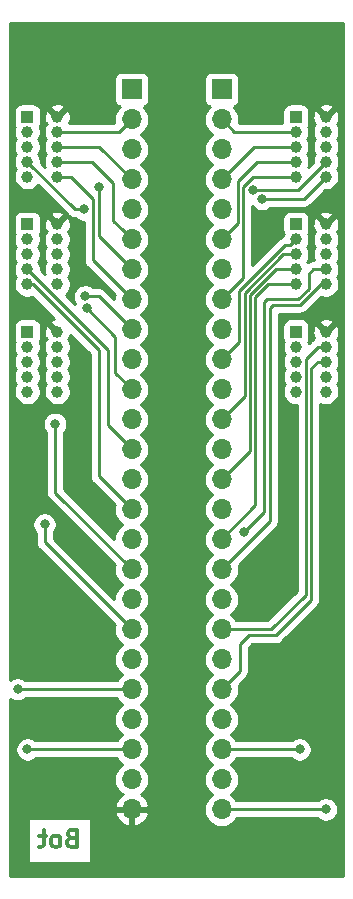
<source format=gbr>
G04 #@! TF.GenerationSoftware,KiCad,Pcbnew,(5.1.4)-1*
G04 #@! TF.CreationDate,2020-01-13T16:44:49+01:00*
G04 #@! TF.ProjectId,USBKeyAdapter,5553424b-6579-4416-9461-707465722e6b,1.0*
G04 #@! TF.SameCoordinates,Original*
G04 #@! TF.FileFunction,Copper,L2,Bot*
G04 #@! TF.FilePolarity,Positive*
%FSLAX46Y46*%
G04 Gerber Fmt 4.6, Leading zero omitted, Abs format (unit mm)*
G04 Created by KiCad (PCBNEW (5.1.4)-1) date 2020-01-13 16:44:49*
%MOMM*%
%LPD*%
G04 APERTURE LIST*
%ADD10C,0.300000*%
%ADD11R,1.000000X1.000000*%
%ADD12C,1.000000*%
%ADD13O,1.700000X1.700000*%
%ADD14R,1.700000X1.700000*%
%ADD15C,0.800000*%
%ADD16C,0.250000*%
%ADD17C,0.254000*%
G04 APERTURE END LIST*
D10*
X118094000Y-126892857D02*
X117879714Y-126964285D01*
X117808285Y-127035714D01*
X117736857Y-127178571D01*
X117736857Y-127392857D01*
X117808285Y-127535714D01*
X117879714Y-127607142D01*
X118022571Y-127678571D01*
X118594000Y-127678571D01*
X118594000Y-126178571D01*
X118094000Y-126178571D01*
X117951142Y-126250000D01*
X117879714Y-126321428D01*
X117808285Y-126464285D01*
X117808285Y-126607142D01*
X117879714Y-126750000D01*
X117951142Y-126821428D01*
X118094000Y-126892857D01*
X118594000Y-126892857D01*
X116879714Y-127678571D02*
X117022571Y-127607142D01*
X117094000Y-127535714D01*
X117165428Y-127392857D01*
X117165428Y-126964285D01*
X117094000Y-126821428D01*
X117022571Y-126750000D01*
X116879714Y-126678571D01*
X116665428Y-126678571D01*
X116522571Y-126750000D01*
X116451142Y-126821428D01*
X116379714Y-126964285D01*
X116379714Y-127392857D01*
X116451142Y-127535714D01*
X116522571Y-127607142D01*
X116665428Y-127678571D01*
X116879714Y-127678571D01*
X115951142Y-126678571D02*
X115379714Y-126678571D01*
X115736857Y-126178571D02*
X115736857Y-127464285D01*
X115665428Y-127607142D01*
X115522571Y-127678571D01*
X115379714Y-127678571D01*
D11*
X114360000Y-65830000D03*
D12*
X114360000Y-67100000D03*
X114360000Y-68370000D03*
X114360000Y-69640000D03*
X114360000Y-70910000D03*
X116900000Y-65830000D03*
X116900000Y-67100000D03*
X116900000Y-68370000D03*
X116900000Y-69640000D03*
X116900000Y-70910000D03*
X116900000Y-74930000D03*
X116900000Y-78740000D03*
X116900000Y-80010000D03*
X116900000Y-77470000D03*
X116900000Y-76200000D03*
X114360000Y-80010000D03*
X114360000Y-77470000D03*
X114360000Y-76200000D03*
D11*
X114360000Y-74930000D03*
D12*
X114360000Y-78740000D03*
X139640000Y-84030000D03*
X139640000Y-87840000D03*
X139640000Y-89110000D03*
X139640000Y-86570000D03*
X139640000Y-85300000D03*
X137100000Y-89110000D03*
X137100000Y-86570000D03*
X137100000Y-85300000D03*
D11*
X137100000Y-84030000D03*
D12*
X137100000Y-87840000D03*
X116900000Y-84030000D03*
X116900000Y-87840000D03*
X116900000Y-89110000D03*
X116900000Y-86570000D03*
X116900000Y-85300000D03*
X114360000Y-89110000D03*
X114360000Y-86570000D03*
X114360000Y-85300000D03*
D11*
X114360000Y-84030000D03*
D12*
X114360000Y-87840000D03*
X139640000Y-65830000D03*
X139640000Y-69640000D03*
X139640000Y-70910000D03*
X139640000Y-68370000D03*
X139640000Y-67100000D03*
X137100000Y-70910000D03*
X137100000Y-68370000D03*
X137100000Y-67100000D03*
D11*
X137100000Y-65830000D03*
D12*
X137100000Y-69640000D03*
X139640000Y-74930000D03*
X139640000Y-78740000D03*
X139640000Y-80010000D03*
X139640000Y-77470000D03*
X139640000Y-76200000D03*
X137100000Y-80010000D03*
X137100000Y-77470000D03*
X137100000Y-76200000D03*
D11*
X137100000Y-74930000D03*
D12*
X137100000Y-78740000D03*
D13*
X123190000Y-124460000D03*
X123190000Y-121920000D03*
X123190000Y-119380000D03*
X123190000Y-116840000D03*
X123190000Y-114300000D03*
X123190000Y-111760000D03*
X123190000Y-109220000D03*
X123190000Y-106680000D03*
X123190000Y-104140000D03*
X123190000Y-101600000D03*
X123190000Y-99060000D03*
X123190000Y-96520000D03*
X123190000Y-93980000D03*
X123190000Y-91440000D03*
X123190000Y-88900000D03*
X123190000Y-86360000D03*
X123190000Y-83820000D03*
X123190000Y-81280000D03*
X123190000Y-78740000D03*
X123190000Y-76200000D03*
X123190000Y-73660000D03*
X123190000Y-71120000D03*
X123190000Y-68580000D03*
X123190000Y-66040000D03*
D14*
X123190000Y-63500000D03*
X130810000Y-63500000D03*
D13*
X130810000Y-66040000D03*
X130810000Y-68580000D03*
X130810000Y-71120000D03*
X130810000Y-73660000D03*
X130810000Y-76200000D03*
X130810000Y-78740000D03*
X130810000Y-81280000D03*
X130810000Y-83820000D03*
X130810000Y-86360000D03*
X130810000Y-88900000D03*
X130810000Y-91440000D03*
X130810000Y-93980000D03*
X130810000Y-96520000D03*
X130810000Y-99060000D03*
X130810000Y-101600000D03*
X130810000Y-104140000D03*
X130810000Y-106680000D03*
X130810000Y-109220000D03*
X130810000Y-111760000D03*
X130810000Y-114300000D03*
X130810000Y-116840000D03*
X130810000Y-119380000D03*
X130810000Y-121920000D03*
X130810000Y-124460000D03*
D15*
X119125962Y-73660000D03*
X120396000Y-71755000D03*
X119380000Y-82042000D03*
X119253000Y-81025996D03*
X137414000Y-119380000D03*
X139640000Y-124460000D03*
X114360000Y-119380000D03*
X115824000Y-100330000D03*
X116713000Y-91821000D03*
X113534999Y-114296999D03*
X133477000Y-72009000D03*
X134239000Y-72771000D03*
X132715000Y-100965000D03*
D16*
X114360000Y-69640000D02*
X118380000Y-73660000D01*
X118380000Y-73660000D02*
X118560277Y-73660000D01*
X118560277Y-73660000D02*
X119125962Y-73660000D01*
X123190000Y-78740000D02*
X120396000Y-75946000D01*
X120396000Y-75946000D02*
X120396000Y-71755000D01*
X122130000Y-67100000D02*
X123190000Y-66040000D01*
X116900000Y-67100000D02*
X122130000Y-67100000D01*
X120440000Y-68370000D02*
X123190000Y-71120000D01*
X116900000Y-68370000D02*
X120440000Y-68370000D01*
X116900000Y-69640000D02*
X119862004Y-69640000D01*
X122340001Y-75350001D02*
X123190000Y-76200000D01*
X119862004Y-69640000D02*
X121629002Y-71406998D01*
X121629002Y-71406998D02*
X121629002Y-74639002D01*
X121629002Y-74639002D02*
X122340001Y-75350001D01*
X116900000Y-70910000D02*
X118027000Y-70910000D01*
X119888000Y-77978000D02*
X123190000Y-81280000D01*
X119888000Y-72771000D02*
X119888000Y-77978000D01*
X118027000Y-70910000D02*
X119888000Y-72771000D01*
X114360000Y-80010000D02*
X114808000Y-80010000D01*
X122340001Y-98210001D02*
X123190000Y-99060000D01*
X120396000Y-96266000D02*
X122340001Y-98210001D01*
X120396000Y-85598000D02*
X120396000Y-96266000D01*
X114808000Y-80010000D02*
X120396000Y-85598000D01*
X121793000Y-87503000D02*
X121793000Y-84455000D01*
X123190000Y-88900000D02*
X121793000Y-87503000D01*
X121793000Y-84455000D02*
X119380000Y-82042000D01*
X120395996Y-81025996D02*
X119818685Y-81025996D01*
X123190000Y-83820000D02*
X120395996Y-81025996D01*
X119818685Y-81025996D02*
X119253000Y-81025996D01*
X122340001Y-93130001D02*
X123190000Y-93980000D01*
X121158000Y-91948000D02*
X122340001Y-93130001D01*
X114360000Y-78740000D02*
X121158000Y-85538000D01*
X121158000Y-85538000D02*
X121158000Y-91948000D01*
X132012081Y-119380000D02*
X137414000Y-119380000D01*
X130810000Y-119380000D02*
X132012081Y-119380000D01*
X130810000Y-124460000D02*
X139640000Y-124460000D01*
X132334000Y-112776000D02*
X130810000Y-114300000D01*
X138932894Y-86570000D02*
X138375011Y-87127883D01*
X139640000Y-86570000D02*
X138932894Y-86570000D01*
X138375011Y-87127883D02*
X138375011Y-106734989D01*
X132334000Y-110490000D02*
X132334000Y-112776000D01*
X138375011Y-106734989D02*
X135382000Y-109728000D01*
X135382000Y-109728000D02*
X133096000Y-109728000D01*
X133096000Y-109728000D02*
X132334000Y-110490000D01*
X135001000Y-109220000D02*
X130810000Y-109220000D01*
X137925001Y-106295999D02*
X135001000Y-109220000D01*
X137925001Y-86307893D02*
X137925001Y-106295999D01*
X139640000Y-85300000D02*
X138932894Y-85300000D01*
X138932894Y-85300000D02*
X137925001Y-86307893D01*
X114360000Y-119380000D02*
X123190000Y-119380000D01*
X114360000Y-119380000D02*
X114360000Y-119380000D01*
X114360000Y-86570000D02*
X114360000Y-86618998D01*
X115824000Y-101854000D02*
X115824000Y-100895685D01*
X123190000Y-109220000D02*
X115824000Y-101854000D01*
X115824000Y-100895685D02*
X115824000Y-100330000D01*
X116713000Y-92386685D02*
X116713000Y-91821000D01*
X116713000Y-97663000D02*
X116713000Y-92386685D01*
X123190000Y-104140000D02*
X116713000Y-97663000D01*
X123186999Y-114296999D02*
X123190000Y-114300000D01*
X113534999Y-114296999D02*
X123186999Y-114296999D01*
X137271000Y-72009000D02*
X134042685Y-72009000D01*
X139640000Y-69640000D02*
X137271000Y-72009000D01*
X134042685Y-72009000D02*
X133477000Y-72009000D01*
X134804685Y-72771000D02*
X134239000Y-72771000D01*
X137779000Y-72771000D02*
X134804685Y-72771000D01*
X139640000Y-70910000D02*
X137779000Y-72771000D01*
X136392894Y-70910000D02*
X137100000Y-70910000D01*
X133502996Y-70910000D02*
X136392894Y-70910000D01*
X130810000Y-81280000D02*
X132624987Y-79465013D01*
X132624987Y-79465013D02*
X132624987Y-71788009D01*
X132624987Y-71788009D02*
X133502996Y-70910000D01*
X133560000Y-68370000D02*
X130810000Y-71120000D01*
X137100000Y-68370000D02*
X133560000Y-68370000D01*
X131870000Y-67100000D02*
X130810000Y-66040000D01*
X137100000Y-67100000D02*
X131870000Y-67100000D01*
X130810000Y-76200000D02*
X132174978Y-74835022D01*
X132174978Y-74835022D02*
X132174978Y-71279022D01*
X136392894Y-69640000D02*
X137100000Y-69640000D01*
X132174978Y-71279022D02*
X133814000Y-69640000D01*
X133814000Y-69640000D02*
X136392894Y-69640000D01*
X138176000Y-80391000D02*
X138176000Y-79121000D01*
X137287000Y-81280000D02*
X138176000Y-80391000D01*
X134620000Y-81280000D02*
X137287000Y-81280000D01*
X134366006Y-81533994D02*
X134620000Y-81280000D01*
X132715000Y-100965000D02*
X134366006Y-99313994D01*
X134366006Y-99313994D02*
X134366006Y-81533994D01*
X138176000Y-79121000D02*
X138557000Y-78740000D01*
X138557000Y-78740000D02*
X139640000Y-78740000D01*
X134874000Y-100076000D02*
X130810000Y-104140000D01*
X134874000Y-82042000D02*
X134874000Y-100076000D01*
X135185990Y-81730010D02*
X134874000Y-82042000D01*
X137473400Y-81730010D02*
X135185990Y-81730010D01*
X139640000Y-80010000D02*
X139193410Y-80010000D01*
X139193410Y-80010000D02*
X137473400Y-81730010D01*
X133673010Y-98736990D02*
X130810000Y-101600000D01*
X133673010Y-81083990D02*
X133673010Y-98736990D01*
X137100000Y-80010000D02*
X134747000Y-80010000D01*
X134747000Y-80010000D02*
X133673010Y-81083990D01*
X136014178Y-77470000D02*
X132772988Y-80711190D01*
X131659999Y-90590001D02*
X130810000Y-91440000D01*
X137100000Y-77470000D02*
X136014178Y-77470000D01*
X132772988Y-80711190D02*
X132772988Y-89477012D01*
X132772988Y-89477012D02*
X131659999Y-90590001D01*
X136147768Y-76699999D02*
X132264989Y-80582778D01*
X132264989Y-80582778D02*
X132264989Y-84905011D01*
X131659999Y-85510001D02*
X130810000Y-86360000D01*
X132264989Y-84905011D02*
X131659999Y-85510001D01*
X136600001Y-76699999D02*
X136147768Y-76699999D01*
X137100000Y-76200000D02*
X136600001Y-76699999D01*
X133222999Y-94107001D02*
X131659999Y-95670001D01*
X131659999Y-95670001D02*
X130810000Y-96520000D01*
X133222999Y-80897590D02*
X133222999Y-94107001D01*
X137100000Y-78740000D02*
X135380589Y-78740000D01*
X135380589Y-78740000D02*
X133222999Y-80897590D01*
D17*
G36*
X141115001Y-130115000D02*
G01*
X112885000Y-130115000D01*
X112885000Y-125210000D01*
X114451857Y-125210000D01*
X114451857Y-129030000D01*
X119736143Y-129030000D01*
X119736143Y-125210000D01*
X114451857Y-125210000D01*
X112885000Y-125210000D01*
X112885000Y-124816890D01*
X121748524Y-124816890D01*
X121793175Y-124964099D01*
X121918359Y-125226920D01*
X122092412Y-125460269D01*
X122308645Y-125655178D01*
X122558748Y-125804157D01*
X122833109Y-125901481D01*
X123063000Y-125780814D01*
X123063000Y-124587000D01*
X123317000Y-124587000D01*
X123317000Y-125780814D01*
X123546891Y-125901481D01*
X123821252Y-125804157D01*
X124071355Y-125655178D01*
X124287588Y-125460269D01*
X124461641Y-125226920D01*
X124586825Y-124964099D01*
X124631476Y-124816890D01*
X124510155Y-124587000D01*
X123317000Y-124587000D01*
X123063000Y-124587000D01*
X121869845Y-124587000D01*
X121748524Y-124816890D01*
X112885000Y-124816890D01*
X112885000Y-115107467D01*
X113044743Y-115214204D01*
X113233101Y-115292225D01*
X113433060Y-115331999D01*
X113636938Y-115331999D01*
X113836897Y-115292225D01*
X114025255Y-115214204D01*
X114194773Y-115100936D01*
X114238710Y-115056999D01*
X121910801Y-115056999D01*
X121949294Y-115129014D01*
X122134866Y-115355134D01*
X122360986Y-115540706D01*
X122415791Y-115570000D01*
X122360986Y-115599294D01*
X122134866Y-115784866D01*
X121949294Y-116010986D01*
X121811401Y-116268966D01*
X121726487Y-116548889D01*
X121697815Y-116840000D01*
X121726487Y-117131111D01*
X121811401Y-117411034D01*
X121949294Y-117669014D01*
X122134866Y-117895134D01*
X122360986Y-118080706D01*
X122415791Y-118110000D01*
X122360986Y-118139294D01*
X122134866Y-118324866D01*
X121949294Y-118550986D01*
X121912405Y-118620000D01*
X115063711Y-118620000D01*
X115019774Y-118576063D01*
X114850256Y-118462795D01*
X114661898Y-118384774D01*
X114461939Y-118345000D01*
X114258061Y-118345000D01*
X114058102Y-118384774D01*
X113869744Y-118462795D01*
X113700226Y-118576063D01*
X113556063Y-118720226D01*
X113442795Y-118889744D01*
X113364774Y-119078102D01*
X113325000Y-119278061D01*
X113325000Y-119481939D01*
X113364774Y-119681898D01*
X113442795Y-119870256D01*
X113556063Y-120039774D01*
X113700226Y-120183937D01*
X113869744Y-120297205D01*
X114058102Y-120375226D01*
X114258061Y-120415000D01*
X114461939Y-120415000D01*
X114661898Y-120375226D01*
X114850256Y-120297205D01*
X115019774Y-120183937D01*
X115063711Y-120140000D01*
X121912405Y-120140000D01*
X121949294Y-120209014D01*
X122134866Y-120435134D01*
X122360986Y-120620706D01*
X122415791Y-120650000D01*
X122360986Y-120679294D01*
X122134866Y-120864866D01*
X121949294Y-121090986D01*
X121811401Y-121348966D01*
X121726487Y-121628889D01*
X121697815Y-121920000D01*
X121726487Y-122211111D01*
X121811401Y-122491034D01*
X121949294Y-122749014D01*
X122134866Y-122975134D01*
X122360986Y-123160706D01*
X122425523Y-123195201D01*
X122308645Y-123264822D01*
X122092412Y-123459731D01*
X121918359Y-123693080D01*
X121793175Y-123955901D01*
X121748524Y-124103110D01*
X121869845Y-124333000D01*
X123063000Y-124333000D01*
X123063000Y-124313000D01*
X123317000Y-124313000D01*
X123317000Y-124333000D01*
X124510155Y-124333000D01*
X124631476Y-124103110D01*
X124586825Y-123955901D01*
X124461641Y-123693080D01*
X124287588Y-123459731D01*
X124071355Y-123264822D01*
X123954477Y-123195201D01*
X124019014Y-123160706D01*
X124245134Y-122975134D01*
X124430706Y-122749014D01*
X124568599Y-122491034D01*
X124653513Y-122211111D01*
X124682185Y-121920000D01*
X124653513Y-121628889D01*
X124568599Y-121348966D01*
X124430706Y-121090986D01*
X124245134Y-120864866D01*
X124019014Y-120679294D01*
X123964209Y-120650000D01*
X124019014Y-120620706D01*
X124245134Y-120435134D01*
X124430706Y-120209014D01*
X124568599Y-119951034D01*
X124653513Y-119671111D01*
X124682185Y-119380000D01*
X124653513Y-119088889D01*
X124568599Y-118808966D01*
X124430706Y-118550986D01*
X124245134Y-118324866D01*
X124019014Y-118139294D01*
X123964209Y-118110000D01*
X124019014Y-118080706D01*
X124245134Y-117895134D01*
X124430706Y-117669014D01*
X124568599Y-117411034D01*
X124653513Y-117131111D01*
X124682185Y-116840000D01*
X124653513Y-116548889D01*
X124568599Y-116268966D01*
X124430706Y-116010986D01*
X124245134Y-115784866D01*
X124019014Y-115599294D01*
X123964209Y-115570000D01*
X124019014Y-115540706D01*
X124245134Y-115355134D01*
X124430706Y-115129014D01*
X124568599Y-114871034D01*
X124653513Y-114591111D01*
X124682185Y-114300000D01*
X124653513Y-114008889D01*
X124568599Y-113728966D01*
X124430706Y-113470986D01*
X124245134Y-113244866D01*
X124019014Y-113059294D01*
X123964209Y-113030000D01*
X124019014Y-113000706D01*
X124245134Y-112815134D01*
X124430706Y-112589014D01*
X124568599Y-112331034D01*
X124653513Y-112051111D01*
X124682185Y-111760000D01*
X124653513Y-111468889D01*
X124568599Y-111188966D01*
X124430706Y-110930986D01*
X124245134Y-110704866D01*
X124019014Y-110519294D01*
X123964209Y-110490000D01*
X124019014Y-110460706D01*
X124245134Y-110275134D01*
X124430706Y-110049014D01*
X124568599Y-109791034D01*
X124653513Y-109511111D01*
X124682185Y-109220000D01*
X124653513Y-108928889D01*
X124568599Y-108648966D01*
X124430706Y-108390986D01*
X124245134Y-108164866D01*
X124019014Y-107979294D01*
X123964209Y-107950000D01*
X124019014Y-107920706D01*
X124245134Y-107735134D01*
X124430706Y-107509014D01*
X124568599Y-107251034D01*
X124653513Y-106971111D01*
X124682185Y-106680000D01*
X124653513Y-106388889D01*
X124568599Y-106108966D01*
X124430706Y-105850986D01*
X124245134Y-105624866D01*
X124019014Y-105439294D01*
X123964209Y-105410000D01*
X124019014Y-105380706D01*
X124245134Y-105195134D01*
X124430706Y-104969014D01*
X124568599Y-104711034D01*
X124653513Y-104431111D01*
X124682185Y-104140000D01*
X124653513Y-103848889D01*
X124568599Y-103568966D01*
X124430706Y-103310986D01*
X124245134Y-103084866D01*
X124019014Y-102899294D01*
X123964209Y-102870000D01*
X124019014Y-102840706D01*
X124245134Y-102655134D01*
X124430706Y-102429014D01*
X124568599Y-102171034D01*
X124653513Y-101891111D01*
X124682185Y-101600000D01*
X124653513Y-101308889D01*
X124568599Y-101028966D01*
X124430706Y-100770986D01*
X124245134Y-100544866D01*
X124019014Y-100359294D01*
X123964209Y-100330000D01*
X124019014Y-100300706D01*
X124245134Y-100115134D01*
X124430706Y-99889014D01*
X124568599Y-99631034D01*
X124653513Y-99351111D01*
X124682185Y-99060000D01*
X124653513Y-98768889D01*
X124568599Y-98488966D01*
X124430706Y-98230986D01*
X124245134Y-98004866D01*
X124019014Y-97819294D01*
X123964209Y-97790000D01*
X124019014Y-97760706D01*
X124245134Y-97575134D01*
X124430706Y-97349014D01*
X124568599Y-97091034D01*
X124653513Y-96811111D01*
X124682185Y-96520000D01*
X124653513Y-96228889D01*
X124568599Y-95948966D01*
X124430706Y-95690986D01*
X124245134Y-95464866D01*
X124019014Y-95279294D01*
X123964209Y-95250000D01*
X124019014Y-95220706D01*
X124245134Y-95035134D01*
X124430706Y-94809014D01*
X124568599Y-94551034D01*
X124653513Y-94271111D01*
X124682185Y-93980000D01*
X124653513Y-93688889D01*
X124568599Y-93408966D01*
X124430706Y-93150986D01*
X124245134Y-92924866D01*
X124019014Y-92739294D01*
X123964209Y-92710000D01*
X124019014Y-92680706D01*
X124245134Y-92495134D01*
X124430706Y-92269014D01*
X124568599Y-92011034D01*
X124653513Y-91731111D01*
X124682185Y-91440000D01*
X124653513Y-91148889D01*
X124568599Y-90868966D01*
X124430706Y-90610986D01*
X124245134Y-90384866D01*
X124019014Y-90199294D01*
X123964209Y-90170000D01*
X124019014Y-90140706D01*
X124245134Y-89955134D01*
X124430706Y-89729014D01*
X124568599Y-89471034D01*
X124653513Y-89191111D01*
X124682185Y-88900000D01*
X124653513Y-88608889D01*
X124568599Y-88328966D01*
X124430706Y-88070986D01*
X124245134Y-87844866D01*
X124019014Y-87659294D01*
X123964209Y-87630000D01*
X124019014Y-87600706D01*
X124245134Y-87415134D01*
X124430706Y-87189014D01*
X124568599Y-86931034D01*
X124653513Y-86651111D01*
X124682185Y-86360000D01*
X124653513Y-86068889D01*
X124568599Y-85788966D01*
X124430706Y-85530986D01*
X124245134Y-85304866D01*
X124019014Y-85119294D01*
X123964209Y-85090000D01*
X124019014Y-85060706D01*
X124245134Y-84875134D01*
X124430706Y-84649014D01*
X124568599Y-84391034D01*
X124653513Y-84111111D01*
X124682185Y-83820000D01*
X124653513Y-83528889D01*
X124568599Y-83248966D01*
X124430706Y-82990986D01*
X124245134Y-82764866D01*
X124019014Y-82579294D01*
X123964209Y-82550000D01*
X124019014Y-82520706D01*
X124245134Y-82335134D01*
X124430706Y-82109014D01*
X124568599Y-81851034D01*
X124653513Y-81571111D01*
X124682185Y-81280000D01*
X124653513Y-80988889D01*
X124568599Y-80708966D01*
X124430706Y-80450986D01*
X124245134Y-80224866D01*
X124019014Y-80039294D01*
X123964209Y-80010000D01*
X124019014Y-79980706D01*
X124245134Y-79795134D01*
X124430706Y-79569014D01*
X124568599Y-79311034D01*
X124653513Y-79031111D01*
X124682185Y-78740000D01*
X124653513Y-78448889D01*
X124568599Y-78168966D01*
X124430706Y-77910986D01*
X124245134Y-77684866D01*
X124019014Y-77499294D01*
X123964209Y-77470000D01*
X124019014Y-77440706D01*
X124245134Y-77255134D01*
X124430706Y-77029014D01*
X124568599Y-76771034D01*
X124653513Y-76491111D01*
X124682185Y-76200000D01*
X124653513Y-75908889D01*
X124568599Y-75628966D01*
X124430706Y-75370986D01*
X124245134Y-75144866D01*
X124019014Y-74959294D01*
X123964209Y-74930000D01*
X124019014Y-74900706D01*
X124245134Y-74715134D01*
X124430706Y-74489014D01*
X124568599Y-74231034D01*
X124653513Y-73951111D01*
X124682185Y-73660000D01*
X124653513Y-73368889D01*
X124568599Y-73088966D01*
X124430706Y-72830986D01*
X124245134Y-72604866D01*
X124019014Y-72419294D01*
X123964209Y-72390000D01*
X124019014Y-72360706D01*
X124245134Y-72175134D01*
X124430706Y-71949014D01*
X124568599Y-71691034D01*
X124653513Y-71411111D01*
X124682185Y-71120000D01*
X124653513Y-70828889D01*
X124568599Y-70548966D01*
X124430706Y-70290986D01*
X124245134Y-70064866D01*
X124019014Y-69879294D01*
X123964209Y-69850000D01*
X124019014Y-69820706D01*
X124245134Y-69635134D01*
X124430706Y-69409014D01*
X124568599Y-69151034D01*
X124653513Y-68871111D01*
X124682185Y-68580000D01*
X124653513Y-68288889D01*
X124568599Y-68008966D01*
X124430706Y-67750986D01*
X124245134Y-67524866D01*
X124019014Y-67339294D01*
X123964209Y-67310000D01*
X124019014Y-67280706D01*
X124245134Y-67095134D01*
X124430706Y-66869014D01*
X124568599Y-66611034D01*
X124653513Y-66331111D01*
X124682185Y-66040000D01*
X129317815Y-66040000D01*
X129346487Y-66331111D01*
X129431401Y-66611034D01*
X129569294Y-66869014D01*
X129754866Y-67095134D01*
X129980986Y-67280706D01*
X130035791Y-67310000D01*
X129980986Y-67339294D01*
X129754866Y-67524866D01*
X129569294Y-67750986D01*
X129431401Y-68008966D01*
X129346487Y-68288889D01*
X129317815Y-68580000D01*
X129346487Y-68871111D01*
X129431401Y-69151034D01*
X129569294Y-69409014D01*
X129754866Y-69635134D01*
X129980986Y-69820706D01*
X130035791Y-69850000D01*
X129980986Y-69879294D01*
X129754866Y-70064866D01*
X129569294Y-70290986D01*
X129431401Y-70548966D01*
X129346487Y-70828889D01*
X129317815Y-71120000D01*
X129346487Y-71411111D01*
X129431401Y-71691034D01*
X129569294Y-71949014D01*
X129754866Y-72175134D01*
X129980986Y-72360706D01*
X130035791Y-72390000D01*
X129980986Y-72419294D01*
X129754866Y-72604866D01*
X129569294Y-72830986D01*
X129431401Y-73088966D01*
X129346487Y-73368889D01*
X129317815Y-73660000D01*
X129346487Y-73951111D01*
X129431401Y-74231034D01*
X129569294Y-74489014D01*
X129754866Y-74715134D01*
X129980986Y-74900706D01*
X130035791Y-74930000D01*
X129980986Y-74959294D01*
X129754866Y-75144866D01*
X129569294Y-75370986D01*
X129431401Y-75628966D01*
X129346487Y-75908889D01*
X129317815Y-76200000D01*
X129346487Y-76491111D01*
X129431401Y-76771034D01*
X129569294Y-77029014D01*
X129754866Y-77255134D01*
X129980986Y-77440706D01*
X130035791Y-77470000D01*
X129980986Y-77499294D01*
X129754866Y-77684866D01*
X129569294Y-77910986D01*
X129431401Y-78168966D01*
X129346487Y-78448889D01*
X129317815Y-78740000D01*
X129346487Y-79031111D01*
X129431401Y-79311034D01*
X129569294Y-79569014D01*
X129754866Y-79795134D01*
X129980986Y-79980706D01*
X130035791Y-80010000D01*
X129980986Y-80039294D01*
X129754866Y-80224866D01*
X129569294Y-80450986D01*
X129431401Y-80708966D01*
X129346487Y-80988889D01*
X129317815Y-81280000D01*
X129346487Y-81571111D01*
X129431401Y-81851034D01*
X129569294Y-82109014D01*
X129754866Y-82335134D01*
X129980986Y-82520706D01*
X130035791Y-82550000D01*
X129980986Y-82579294D01*
X129754866Y-82764866D01*
X129569294Y-82990986D01*
X129431401Y-83248966D01*
X129346487Y-83528889D01*
X129317815Y-83820000D01*
X129346487Y-84111111D01*
X129431401Y-84391034D01*
X129569294Y-84649014D01*
X129754866Y-84875134D01*
X129980986Y-85060706D01*
X130035791Y-85090000D01*
X129980986Y-85119294D01*
X129754866Y-85304866D01*
X129569294Y-85530986D01*
X129431401Y-85788966D01*
X129346487Y-86068889D01*
X129317815Y-86360000D01*
X129346487Y-86651111D01*
X129431401Y-86931034D01*
X129569294Y-87189014D01*
X129754866Y-87415134D01*
X129980986Y-87600706D01*
X130035791Y-87630000D01*
X129980986Y-87659294D01*
X129754866Y-87844866D01*
X129569294Y-88070986D01*
X129431401Y-88328966D01*
X129346487Y-88608889D01*
X129317815Y-88900000D01*
X129346487Y-89191111D01*
X129431401Y-89471034D01*
X129569294Y-89729014D01*
X129754866Y-89955134D01*
X129980986Y-90140706D01*
X130035791Y-90170000D01*
X129980986Y-90199294D01*
X129754866Y-90384866D01*
X129569294Y-90610986D01*
X129431401Y-90868966D01*
X129346487Y-91148889D01*
X129317815Y-91440000D01*
X129346487Y-91731111D01*
X129431401Y-92011034D01*
X129569294Y-92269014D01*
X129754866Y-92495134D01*
X129980986Y-92680706D01*
X130035791Y-92710000D01*
X129980986Y-92739294D01*
X129754866Y-92924866D01*
X129569294Y-93150986D01*
X129431401Y-93408966D01*
X129346487Y-93688889D01*
X129317815Y-93980000D01*
X129346487Y-94271111D01*
X129431401Y-94551034D01*
X129569294Y-94809014D01*
X129754866Y-95035134D01*
X129980986Y-95220706D01*
X130035791Y-95250000D01*
X129980986Y-95279294D01*
X129754866Y-95464866D01*
X129569294Y-95690986D01*
X129431401Y-95948966D01*
X129346487Y-96228889D01*
X129317815Y-96520000D01*
X129346487Y-96811111D01*
X129431401Y-97091034D01*
X129569294Y-97349014D01*
X129754866Y-97575134D01*
X129980986Y-97760706D01*
X130035791Y-97790000D01*
X129980986Y-97819294D01*
X129754866Y-98004866D01*
X129569294Y-98230986D01*
X129431401Y-98488966D01*
X129346487Y-98768889D01*
X129317815Y-99060000D01*
X129346487Y-99351111D01*
X129431401Y-99631034D01*
X129569294Y-99889014D01*
X129754866Y-100115134D01*
X129980986Y-100300706D01*
X130035791Y-100330000D01*
X129980986Y-100359294D01*
X129754866Y-100544866D01*
X129569294Y-100770986D01*
X129431401Y-101028966D01*
X129346487Y-101308889D01*
X129317815Y-101600000D01*
X129346487Y-101891111D01*
X129431401Y-102171034D01*
X129569294Y-102429014D01*
X129754866Y-102655134D01*
X129980986Y-102840706D01*
X130035791Y-102870000D01*
X129980986Y-102899294D01*
X129754866Y-103084866D01*
X129569294Y-103310986D01*
X129431401Y-103568966D01*
X129346487Y-103848889D01*
X129317815Y-104140000D01*
X129346487Y-104431111D01*
X129431401Y-104711034D01*
X129569294Y-104969014D01*
X129754866Y-105195134D01*
X129980986Y-105380706D01*
X130035791Y-105410000D01*
X129980986Y-105439294D01*
X129754866Y-105624866D01*
X129569294Y-105850986D01*
X129431401Y-106108966D01*
X129346487Y-106388889D01*
X129317815Y-106680000D01*
X129346487Y-106971111D01*
X129431401Y-107251034D01*
X129569294Y-107509014D01*
X129754866Y-107735134D01*
X129980986Y-107920706D01*
X130035791Y-107950000D01*
X129980986Y-107979294D01*
X129754866Y-108164866D01*
X129569294Y-108390986D01*
X129431401Y-108648966D01*
X129346487Y-108928889D01*
X129317815Y-109220000D01*
X129346487Y-109511111D01*
X129431401Y-109791034D01*
X129569294Y-110049014D01*
X129754866Y-110275134D01*
X129980986Y-110460706D01*
X130035791Y-110490000D01*
X129980986Y-110519294D01*
X129754866Y-110704866D01*
X129569294Y-110930986D01*
X129431401Y-111188966D01*
X129346487Y-111468889D01*
X129317815Y-111760000D01*
X129346487Y-112051111D01*
X129431401Y-112331034D01*
X129569294Y-112589014D01*
X129754866Y-112815134D01*
X129980986Y-113000706D01*
X130035791Y-113030000D01*
X129980986Y-113059294D01*
X129754866Y-113244866D01*
X129569294Y-113470986D01*
X129431401Y-113728966D01*
X129346487Y-114008889D01*
X129317815Y-114300000D01*
X129346487Y-114591111D01*
X129431401Y-114871034D01*
X129569294Y-115129014D01*
X129754866Y-115355134D01*
X129980986Y-115540706D01*
X130035791Y-115570000D01*
X129980986Y-115599294D01*
X129754866Y-115784866D01*
X129569294Y-116010986D01*
X129431401Y-116268966D01*
X129346487Y-116548889D01*
X129317815Y-116840000D01*
X129346487Y-117131111D01*
X129431401Y-117411034D01*
X129569294Y-117669014D01*
X129754866Y-117895134D01*
X129980986Y-118080706D01*
X130035791Y-118110000D01*
X129980986Y-118139294D01*
X129754866Y-118324866D01*
X129569294Y-118550986D01*
X129431401Y-118808966D01*
X129346487Y-119088889D01*
X129317815Y-119380000D01*
X129346487Y-119671111D01*
X129431401Y-119951034D01*
X129569294Y-120209014D01*
X129754866Y-120435134D01*
X129980986Y-120620706D01*
X130035791Y-120650000D01*
X129980986Y-120679294D01*
X129754866Y-120864866D01*
X129569294Y-121090986D01*
X129431401Y-121348966D01*
X129346487Y-121628889D01*
X129317815Y-121920000D01*
X129346487Y-122211111D01*
X129431401Y-122491034D01*
X129569294Y-122749014D01*
X129754866Y-122975134D01*
X129980986Y-123160706D01*
X130035791Y-123190000D01*
X129980986Y-123219294D01*
X129754866Y-123404866D01*
X129569294Y-123630986D01*
X129431401Y-123888966D01*
X129346487Y-124168889D01*
X129317815Y-124460000D01*
X129346487Y-124751111D01*
X129431401Y-125031034D01*
X129569294Y-125289014D01*
X129754866Y-125515134D01*
X129980986Y-125700706D01*
X130238966Y-125838599D01*
X130518889Y-125923513D01*
X130737050Y-125945000D01*
X130882950Y-125945000D01*
X131101111Y-125923513D01*
X131381034Y-125838599D01*
X131639014Y-125700706D01*
X131865134Y-125515134D01*
X132050706Y-125289014D01*
X132087595Y-125220000D01*
X138936289Y-125220000D01*
X138980226Y-125263937D01*
X139149744Y-125377205D01*
X139338102Y-125455226D01*
X139538061Y-125495000D01*
X139741939Y-125495000D01*
X139941898Y-125455226D01*
X140130256Y-125377205D01*
X140299774Y-125263937D01*
X140443937Y-125119774D01*
X140557205Y-124950256D01*
X140635226Y-124761898D01*
X140675000Y-124561939D01*
X140675000Y-124358061D01*
X140635226Y-124158102D01*
X140557205Y-123969744D01*
X140443937Y-123800226D01*
X140299774Y-123656063D01*
X140130256Y-123542795D01*
X139941898Y-123464774D01*
X139741939Y-123425000D01*
X139538061Y-123425000D01*
X139338102Y-123464774D01*
X139149744Y-123542795D01*
X138980226Y-123656063D01*
X138936289Y-123700000D01*
X132087595Y-123700000D01*
X132050706Y-123630986D01*
X131865134Y-123404866D01*
X131639014Y-123219294D01*
X131584209Y-123190000D01*
X131639014Y-123160706D01*
X131865134Y-122975134D01*
X132050706Y-122749014D01*
X132188599Y-122491034D01*
X132273513Y-122211111D01*
X132302185Y-121920000D01*
X132273513Y-121628889D01*
X132188599Y-121348966D01*
X132050706Y-121090986D01*
X131865134Y-120864866D01*
X131639014Y-120679294D01*
X131584209Y-120650000D01*
X131639014Y-120620706D01*
X131865134Y-120435134D01*
X132050706Y-120209014D01*
X132087595Y-120140000D01*
X136710289Y-120140000D01*
X136754226Y-120183937D01*
X136923744Y-120297205D01*
X137112102Y-120375226D01*
X137312061Y-120415000D01*
X137515939Y-120415000D01*
X137715898Y-120375226D01*
X137904256Y-120297205D01*
X138073774Y-120183937D01*
X138217937Y-120039774D01*
X138331205Y-119870256D01*
X138409226Y-119681898D01*
X138449000Y-119481939D01*
X138449000Y-119278061D01*
X138409226Y-119078102D01*
X138331205Y-118889744D01*
X138217937Y-118720226D01*
X138073774Y-118576063D01*
X137904256Y-118462795D01*
X137715898Y-118384774D01*
X137515939Y-118345000D01*
X137312061Y-118345000D01*
X137112102Y-118384774D01*
X136923744Y-118462795D01*
X136754226Y-118576063D01*
X136710289Y-118620000D01*
X132087595Y-118620000D01*
X132050706Y-118550986D01*
X131865134Y-118324866D01*
X131639014Y-118139294D01*
X131584209Y-118110000D01*
X131639014Y-118080706D01*
X131865134Y-117895134D01*
X132050706Y-117669014D01*
X132188599Y-117411034D01*
X132273513Y-117131111D01*
X132302185Y-116840000D01*
X132273513Y-116548889D01*
X132188599Y-116268966D01*
X132050706Y-116010986D01*
X131865134Y-115784866D01*
X131639014Y-115599294D01*
X131584209Y-115570000D01*
X131639014Y-115540706D01*
X131865134Y-115355134D01*
X132050706Y-115129014D01*
X132188599Y-114871034D01*
X132273513Y-114591111D01*
X132302185Y-114300000D01*
X132273513Y-114008889D01*
X132250797Y-113934005D01*
X132845008Y-113339795D01*
X132874001Y-113316001D01*
X132897795Y-113287008D01*
X132897799Y-113287004D01*
X132968973Y-113200277D01*
X132968974Y-113200276D01*
X133039546Y-113068247D01*
X133083003Y-112924986D01*
X133094000Y-112813333D01*
X133094000Y-112813324D01*
X133097676Y-112776001D01*
X133094000Y-112738678D01*
X133094000Y-110804801D01*
X133410802Y-110488000D01*
X135344678Y-110488000D01*
X135382000Y-110491676D01*
X135419322Y-110488000D01*
X135419333Y-110488000D01*
X135530986Y-110477003D01*
X135674247Y-110433546D01*
X135806276Y-110362974D01*
X135922001Y-110268001D01*
X135945804Y-110238997D01*
X138886014Y-107298788D01*
X138915012Y-107274990D01*
X139009985Y-107159265D01*
X139080557Y-107027236D01*
X139124014Y-106883975D01*
X139135011Y-106772322D01*
X139135011Y-106772314D01*
X139138687Y-106734989D01*
X139135011Y-106697664D01*
X139135011Y-90129342D01*
X139308933Y-90201383D01*
X139528212Y-90245000D01*
X139751788Y-90245000D01*
X139971067Y-90201383D01*
X140177624Y-90115824D01*
X140363520Y-89991612D01*
X140521612Y-89833520D01*
X140645824Y-89647624D01*
X140731383Y-89441067D01*
X140775000Y-89221788D01*
X140775000Y-88998212D01*
X140731383Y-88778933D01*
X140645824Y-88572376D01*
X140580759Y-88475000D01*
X140645824Y-88377624D01*
X140731383Y-88171067D01*
X140775000Y-87951788D01*
X140775000Y-87728212D01*
X140731383Y-87508933D01*
X140645824Y-87302376D01*
X140580759Y-87205000D01*
X140645824Y-87107624D01*
X140731383Y-86901067D01*
X140775000Y-86681788D01*
X140775000Y-86458212D01*
X140731383Y-86238933D01*
X140645824Y-86032376D01*
X140580759Y-85935000D01*
X140645824Y-85837624D01*
X140731383Y-85631067D01*
X140775000Y-85411788D01*
X140775000Y-85188212D01*
X140731383Y-84968933D01*
X140645824Y-84762376D01*
X140542720Y-84608070D01*
X140631588Y-84593450D01*
X140722458Y-84389174D01*
X140771731Y-84171095D01*
X140777511Y-83947594D01*
X140739577Y-83727260D01*
X140659387Y-83518560D01*
X140631588Y-83466550D01*
X140418166Y-83431439D01*
X139819605Y-84030000D01*
X139833748Y-84044143D01*
X139712890Y-84165000D01*
X139567110Y-84165000D01*
X139446253Y-84044143D01*
X139460395Y-84030000D01*
X138861834Y-83431439D01*
X138648412Y-83466550D01*
X138557542Y-83670826D01*
X138508269Y-83888905D01*
X138502489Y-84112406D01*
X138540423Y-84332740D01*
X138620613Y-84541440D01*
X138647790Y-84592287D01*
X138643957Y-84593450D01*
X138640647Y-84594454D01*
X138508617Y-84665026D01*
X138424977Y-84733668D01*
X138392893Y-84759999D01*
X138369095Y-84788997D01*
X138190732Y-84967361D01*
X138145112Y-84857226D01*
X138189502Y-84774180D01*
X138225812Y-84654482D01*
X138238072Y-84530000D01*
X138238072Y-83530000D01*
X138225812Y-83405518D01*
X138189502Y-83285820D01*
X138171336Y-83251834D01*
X139041439Y-83251834D01*
X139640000Y-83850395D01*
X140238561Y-83251834D01*
X140203450Y-83038412D01*
X139999174Y-82947542D01*
X139781095Y-82898269D01*
X139557594Y-82892489D01*
X139337260Y-82930423D01*
X139128560Y-83010613D01*
X139076550Y-83038412D01*
X139041439Y-83251834D01*
X138171336Y-83251834D01*
X138130537Y-83175506D01*
X138051185Y-83078815D01*
X137954494Y-82999463D01*
X137844180Y-82940498D01*
X137724482Y-82904188D01*
X137600000Y-82891928D01*
X136600000Y-82891928D01*
X136475518Y-82904188D01*
X136355820Y-82940498D01*
X136245506Y-82999463D01*
X136148815Y-83078815D01*
X136069463Y-83175506D01*
X136010498Y-83285820D01*
X135974188Y-83405518D01*
X135961928Y-83530000D01*
X135961928Y-84530000D01*
X135974188Y-84654482D01*
X136010498Y-84774180D01*
X136054888Y-84857226D01*
X136008617Y-84968933D01*
X135965000Y-85188212D01*
X135965000Y-85411788D01*
X136008617Y-85631067D01*
X136094176Y-85837624D01*
X136159241Y-85935000D01*
X136094176Y-86032376D01*
X136008617Y-86238933D01*
X135965000Y-86458212D01*
X135965000Y-86681788D01*
X136008617Y-86901067D01*
X136094176Y-87107624D01*
X136159241Y-87205000D01*
X136094176Y-87302376D01*
X136008617Y-87508933D01*
X135965000Y-87728212D01*
X135965000Y-87951788D01*
X136008617Y-88171067D01*
X136094176Y-88377624D01*
X136159241Y-88475000D01*
X136094176Y-88572376D01*
X136008617Y-88778933D01*
X135965000Y-88998212D01*
X135965000Y-89221788D01*
X136008617Y-89441067D01*
X136094176Y-89647624D01*
X136218388Y-89833520D01*
X136376480Y-89991612D01*
X136562376Y-90115824D01*
X136768933Y-90201383D01*
X136988212Y-90245000D01*
X137165001Y-90245000D01*
X137165002Y-105981196D01*
X134686199Y-108460000D01*
X132087595Y-108460000D01*
X132050706Y-108390986D01*
X131865134Y-108164866D01*
X131639014Y-107979294D01*
X131584209Y-107950000D01*
X131639014Y-107920706D01*
X131865134Y-107735134D01*
X132050706Y-107509014D01*
X132188599Y-107251034D01*
X132273513Y-106971111D01*
X132302185Y-106680000D01*
X132273513Y-106388889D01*
X132188599Y-106108966D01*
X132050706Y-105850986D01*
X131865134Y-105624866D01*
X131639014Y-105439294D01*
X131584209Y-105410000D01*
X131639014Y-105380706D01*
X131865134Y-105195134D01*
X132050706Y-104969014D01*
X132188599Y-104711034D01*
X132273513Y-104431111D01*
X132302185Y-104140000D01*
X132273513Y-103848889D01*
X132250797Y-103774004D01*
X135385003Y-100639799D01*
X135414001Y-100616001D01*
X135472380Y-100544866D01*
X135508974Y-100500277D01*
X135579546Y-100368247D01*
X135583357Y-100355684D01*
X135623003Y-100224986D01*
X135634000Y-100113333D01*
X135634000Y-100113323D01*
X135637676Y-100076000D01*
X135634000Y-100038677D01*
X135634000Y-82490010D01*
X137436078Y-82490010D01*
X137473400Y-82493686D01*
X137510722Y-82490010D01*
X137510733Y-82490010D01*
X137622386Y-82479013D01*
X137765647Y-82435556D01*
X137897676Y-82364984D01*
X138013401Y-82270011D01*
X138037203Y-82241008D01*
X139215522Y-81062691D01*
X139308933Y-81101383D01*
X139528212Y-81145000D01*
X139751788Y-81145000D01*
X139971067Y-81101383D01*
X140177624Y-81015824D01*
X140363520Y-80891612D01*
X140521612Y-80733520D01*
X140645824Y-80547624D01*
X140731383Y-80341067D01*
X140775000Y-80121788D01*
X140775000Y-79898212D01*
X140731383Y-79678933D01*
X140645824Y-79472376D01*
X140580759Y-79375000D01*
X140645824Y-79277624D01*
X140731383Y-79071067D01*
X140775000Y-78851788D01*
X140775000Y-78628212D01*
X140731383Y-78408933D01*
X140645824Y-78202376D01*
X140580759Y-78105000D01*
X140645824Y-78007624D01*
X140731383Y-77801067D01*
X140775000Y-77581788D01*
X140775000Y-77358212D01*
X140731383Y-77138933D01*
X140645824Y-76932376D01*
X140580759Y-76835000D01*
X140645824Y-76737624D01*
X140731383Y-76531067D01*
X140775000Y-76311788D01*
X140775000Y-76088212D01*
X140731383Y-75868933D01*
X140645824Y-75662376D01*
X140542720Y-75508070D01*
X140631588Y-75493450D01*
X140722458Y-75289174D01*
X140771731Y-75071095D01*
X140777511Y-74847594D01*
X140739577Y-74627260D01*
X140659387Y-74418560D01*
X140631588Y-74366550D01*
X140418166Y-74331439D01*
X139819605Y-74930000D01*
X139833748Y-74944143D01*
X139712890Y-75065000D01*
X139567110Y-75065000D01*
X139446253Y-74944143D01*
X139460395Y-74930000D01*
X138861834Y-74331439D01*
X138648412Y-74366550D01*
X138557542Y-74570826D01*
X138508269Y-74788905D01*
X138502489Y-75012406D01*
X138540423Y-75232740D01*
X138620613Y-75441440D01*
X138648412Y-75493450D01*
X138737280Y-75508070D01*
X138634176Y-75662376D01*
X138548617Y-75868933D01*
X138505000Y-76088212D01*
X138505000Y-76311788D01*
X138548617Y-76531067D01*
X138634176Y-76737624D01*
X138699241Y-76835000D01*
X138634176Y-76932376D01*
X138548617Y-77138933D01*
X138505000Y-77358212D01*
X138505000Y-77581788D01*
X138548617Y-77801067D01*
X138622734Y-77980000D01*
X138594322Y-77980000D01*
X138556999Y-77976324D01*
X138519676Y-77980000D01*
X138519667Y-77980000D01*
X138408014Y-77990997D01*
X138264753Y-78034454D01*
X138132724Y-78105026D01*
X138073340Y-78153761D01*
X138040759Y-78105000D01*
X138105824Y-78007624D01*
X138191383Y-77801067D01*
X138235000Y-77581788D01*
X138235000Y-77358212D01*
X138191383Y-77138933D01*
X138105824Y-76932376D01*
X138040759Y-76835000D01*
X138105824Y-76737624D01*
X138191383Y-76531067D01*
X138235000Y-76311788D01*
X138235000Y-76088212D01*
X138191383Y-75868933D01*
X138145112Y-75757226D01*
X138189502Y-75674180D01*
X138225812Y-75554482D01*
X138238072Y-75430000D01*
X138238072Y-74430000D01*
X138225812Y-74305518D01*
X138189502Y-74185820D01*
X138171336Y-74151834D01*
X139041439Y-74151834D01*
X139640000Y-74750395D01*
X140238561Y-74151834D01*
X140203450Y-73938412D01*
X139999174Y-73847542D01*
X139781095Y-73798269D01*
X139557594Y-73792489D01*
X139337260Y-73830423D01*
X139128560Y-73910613D01*
X139076550Y-73938412D01*
X139041439Y-74151834D01*
X138171336Y-74151834D01*
X138130537Y-74075506D01*
X138051185Y-73978815D01*
X137954494Y-73899463D01*
X137844180Y-73840498D01*
X137724482Y-73804188D01*
X137600000Y-73791928D01*
X136600000Y-73791928D01*
X136475518Y-73804188D01*
X136355820Y-73840498D01*
X136245506Y-73899463D01*
X136148815Y-73978815D01*
X136069463Y-74075506D01*
X136010498Y-74185820D01*
X135974188Y-74305518D01*
X135961928Y-74430000D01*
X135961928Y-75430000D01*
X135974188Y-75554482D01*
X136010498Y-75674180D01*
X136054888Y-75757226D01*
X136008617Y-75868933D01*
X135991877Y-75953091D01*
X135855521Y-75994453D01*
X135723492Y-76065025D01*
X135607767Y-76159998D01*
X135583969Y-76188996D01*
X133384987Y-78387979D01*
X133384987Y-73355830D01*
X133435063Y-73430774D01*
X133579226Y-73574937D01*
X133748744Y-73688205D01*
X133937102Y-73766226D01*
X134137061Y-73806000D01*
X134340939Y-73806000D01*
X134540898Y-73766226D01*
X134729256Y-73688205D01*
X134898774Y-73574937D01*
X134942711Y-73531000D01*
X137741678Y-73531000D01*
X137779000Y-73534676D01*
X137816322Y-73531000D01*
X137816333Y-73531000D01*
X137927986Y-73520003D01*
X138071247Y-73476546D01*
X138203276Y-73405974D01*
X138319001Y-73311001D01*
X138342803Y-73281998D01*
X139579802Y-72045000D01*
X139751788Y-72045000D01*
X139971067Y-72001383D01*
X140177624Y-71915824D01*
X140363520Y-71791612D01*
X140521612Y-71633520D01*
X140645824Y-71447624D01*
X140731383Y-71241067D01*
X140775000Y-71021788D01*
X140775000Y-70798212D01*
X140731383Y-70578933D01*
X140645824Y-70372376D01*
X140580759Y-70275000D01*
X140645824Y-70177624D01*
X140731383Y-69971067D01*
X140775000Y-69751788D01*
X140775000Y-69528212D01*
X140731383Y-69308933D01*
X140645824Y-69102376D01*
X140580759Y-69005000D01*
X140645824Y-68907624D01*
X140731383Y-68701067D01*
X140775000Y-68481788D01*
X140775000Y-68258212D01*
X140731383Y-68038933D01*
X140645824Y-67832376D01*
X140580759Y-67735000D01*
X140645824Y-67637624D01*
X140731383Y-67431067D01*
X140775000Y-67211788D01*
X140775000Y-66988212D01*
X140731383Y-66768933D01*
X140645824Y-66562376D01*
X140542720Y-66408070D01*
X140631588Y-66393450D01*
X140722458Y-66189174D01*
X140771731Y-65971095D01*
X140777511Y-65747594D01*
X140739577Y-65527260D01*
X140659387Y-65318560D01*
X140631588Y-65266550D01*
X140418166Y-65231439D01*
X139819605Y-65830000D01*
X139833748Y-65844143D01*
X139712890Y-65965000D01*
X139567110Y-65965000D01*
X139446253Y-65844143D01*
X139460395Y-65830000D01*
X138861834Y-65231439D01*
X138648412Y-65266550D01*
X138557542Y-65470826D01*
X138508269Y-65688905D01*
X138502489Y-65912406D01*
X138540423Y-66132740D01*
X138620613Y-66341440D01*
X138648412Y-66393450D01*
X138737280Y-66408070D01*
X138634176Y-66562376D01*
X138548617Y-66768933D01*
X138505000Y-66988212D01*
X138505000Y-67211788D01*
X138548617Y-67431067D01*
X138634176Y-67637624D01*
X138699241Y-67735000D01*
X138634176Y-67832376D01*
X138548617Y-68038933D01*
X138505000Y-68258212D01*
X138505000Y-68481788D01*
X138548617Y-68701067D01*
X138634176Y-68907624D01*
X138699241Y-69005000D01*
X138634176Y-69102376D01*
X138548617Y-69308933D01*
X138505000Y-69528212D01*
X138505000Y-69700198D01*
X138161155Y-70044043D01*
X138191383Y-69971067D01*
X138235000Y-69751788D01*
X138235000Y-69528212D01*
X138191383Y-69308933D01*
X138105824Y-69102376D01*
X138040759Y-69005000D01*
X138105824Y-68907624D01*
X138191383Y-68701067D01*
X138235000Y-68481788D01*
X138235000Y-68258212D01*
X138191383Y-68038933D01*
X138105824Y-67832376D01*
X138040759Y-67735000D01*
X138105824Y-67637624D01*
X138191383Y-67431067D01*
X138235000Y-67211788D01*
X138235000Y-66988212D01*
X138191383Y-66768933D01*
X138145112Y-66657226D01*
X138189502Y-66574180D01*
X138225812Y-66454482D01*
X138238072Y-66330000D01*
X138238072Y-65330000D01*
X138225812Y-65205518D01*
X138189502Y-65085820D01*
X138171336Y-65051834D01*
X139041439Y-65051834D01*
X139640000Y-65650395D01*
X140238561Y-65051834D01*
X140203450Y-64838412D01*
X139999174Y-64747542D01*
X139781095Y-64698269D01*
X139557594Y-64692489D01*
X139337260Y-64730423D01*
X139128560Y-64810613D01*
X139076550Y-64838412D01*
X139041439Y-65051834D01*
X138171336Y-65051834D01*
X138130537Y-64975506D01*
X138051185Y-64878815D01*
X137954494Y-64799463D01*
X137844180Y-64740498D01*
X137724482Y-64704188D01*
X137600000Y-64691928D01*
X136600000Y-64691928D01*
X136475518Y-64704188D01*
X136355820Y-64740498D01*
X136245506Y-64799463D01*
X136148815Y-64878815D01*
X136069463Y-64975506D01*
X136010498Y-65085820D01*
X135974188Y-65205518D01*
X135961928Y-65330000D01*
X135961928Y-66330000D01*
X135962913Y-66340000D01*
X132270817Y-66340000D01*
X132273513Y-66331111D01*
X132302185Y-66040000D01*
X132273513Y-65748889D01*
X132188599Y-65468966D01*
X132050706Y-65210986D01*
X131865134Y-64984866D01*
X131835313Y-64960393D01*
X131904180Y-64939502D01*
X132014494Y-64880537D01*
X132111185Y-64801185D01*
X132190537Y-64704494D01*
X132249502Y-64594180D01*
X132285812Y-64474482D01*
X132298072Y-64350000D01*
X132298072Y-62650000D01*
X132285812Y-62525518D01*
X132249502Y-62405820D01*
X132190537Y-62295506D01*
X132111185Y-62198815D01*
X132014494Y-62119463D01*
X131904180Y-62060498D01*
X131784482Y-62024188D01*
X131660000Y-62011928D01*
X129960000Y-62011928D01*
X129835518Y-62024188D01*
X129715820Y-62060498D01*
X129605506Y-62119463D01*
X129508815Y-62198815D01*
X129429463Y-62295506D01*
X129370498Y-62405820D01*
X129334188Y-62525518D01*
X129321928Y-62650000D01*
X129321928Y-64350000D01*
X129334188Y-64474482D01*
X129370498Y-64594180D01*
X129429463Y-64704494D01*
X129508815Y-64801185D01*
X129605506Y-64880537D01*
X129715820Y-64939502D01*
X129784687Y-64960393D01*
X129754866Y-64984866D01*
X129569294Y-65210986D01*
X129431401Y-65468966D01*
X129346487Y-65748889D01*
X129317815Y-66040000D01*
X124682185Y-66040000D01*
X124653513Y-65748889D01*
X124568599Y-65468966D01*
X124430706Y-65210986D01*
X124245134Y-64984866D01*
X124215313Y-64960393D01*
X124284180Y-64939502D01*
X124394494Y-64880537D01*
X124491185Y-64801185D01*
X124570537Y-64704494D01*
X124629502Y-64594180D01*
X124665812Y-64474482D01*
X124678072Y-64350000D01*
X124678072Y-62650000D01*
X124665812Y-62525518D01*
X124629502Y-62405820D01*
X124570537Y-62295506D01*
X124491185Y-62198815D01*
X124394494Y-62119463D01*
X124284180Y-62060498D01*
X124164482Y-62024188D01*
X124040000Y-62011928D01*
X122340000Y-62011928D01*
X122215518Y-62024188D01*
X122095820Y-62060498D01*
X121985506Y-62119463D01*
X121888815Y-62198815D01*
X121809463Y-62295506D01*
X121750498Y-62405820D01*
X121714188Y-62525518D01*
X121701928Y-62650000D01*
X121701928Y-64350000D01*
X121714188Y-64474482D01*
X121750498Y-64594180D01*
X121809463Y-64704494D01*
X121888815Y-64801185D01*
X121985506Y-64880537D01*
X122095820Y-64939502D01*
X122164687Y-64960393D01*
X122134866Y-64984866D01*
X121949294Y-65210986D01*
X121811401Y-65468966D01*
X121726487Y-65748889D01*
X121697815Y-66040000D01*
X121726487Y-66331111D01*
X121729183Y-66340000D01*
X117915365Y-66340000D01*
X117982458Y-66189174D01*
X118031731Y-65971095D01*
X118037511Y-65747594D01*
X117999577Y-65527260D01*
X117919387Y-65318560D01*
X117891588Y-65266550D01*
X117678166Y-65231439D01*
X117079605Y-65830000D01*
X117093748Y-65844143D01*
X116972890Y-65965000D01*
X116827110Y-65965000D01*
X116706253Y-65844143D01*
X116720395Y-65830000D01*
X116121834Y-65231439D01*
X115908412Y-65266550D01*
X115817542Y-65470826D01*
X115768269Y-65688905D01*
X115762489Y-65912406D01*
X115800423Y-66132740D01*
X115880613Y-66341440D01*
X115908412Y-66393450D01*
X115997280Y-66408070D01*
X115894176Y-66562376D01*
X115808617Y-66768933D01*
X115765000Y-66988212D01*
X115765000Y-67211788D01*
X115808617Y-67431067D01*
X115894176Y-67637624D01*
X115959241Y-67735000D01*
X115894176Y-67832376D01*
X115808617Y-68038933D01*
X115765000Y-68258212D01*
X115765000Y-68481788D01*
X115808617Y-68701067D01*
X115894176Y-68907624D01*
X115959241Y-69005000D01*
X115894176Y-69102376D01*
X115808617Y-69308933D01*
X115765000Y-69528212D01*
X115765000Y-69751788D01*
X115808617Y-69971067D01*
X115838845Y-70044044D01*
X115495000Y-69700199D01*
X115495000Y-69528212D01*
X115451383Y-69308933D01*
X115365824Y-69102376D01*
X115300759Y-69005000D01*
X115365824Y-68907624D01*
X115451383Y-68701067D01*
X115495000Y-68481788D01*
X115495000Y-68258212D01*
X115451383Y-68038933D01*
X115365824Y-67832376D01*
X115300759Y-67735000D01*
X115365824Y-67637624D01*
X115451383Y-67431067D01*
X115495000Y-67211788D01*
X115495000Y-66988212D01*
X115451383Y-66768933D01*
X115405112Y-66657226D01*
X115449502Y-66574180D01*
X115485812Y-66454482D01*
X115498072Y-66330000D01*
X115498072Y-65330000D01*
X115485812Y-65205518D01*
X115449502Y-65085820D01*
X115431336Y-65051834D01*
X116301439Y-65051834D01*
X116900000Y-65650395D01*
X117498561Y-65051834D01*
X117463450Y-64838412D01*
X117259174Y-64747542D01*
X117041095Y-64698269D01*
X116817594Y-64692489D01*
X116597260Y-64730423D01*
X116388560Y-64810613D01*
X116336550Y-64838412D01*
X116301439Y-65051834D01*
X115431336Y-65051834D01*
X115390537Y-64975506D01*
X115311185Y-64878815D01*
X115214494Y-64799463D01*
X115104180Y-64740498D01*
X114984482Y-64704188D01*
X114860000Y-64691928D01*
X113860000Y-64691928D01*
X113735518Y-64704188D01*
X113615820Y-64740498D01*
X113505506Y-64799463D01*
X113408815Y-64878815D01*
X113329463Y-64975506D01*
X113270498Y-65085820D01*
X113234188Y-65205518D01*
X113221928Y-65330000D01*
X113221928Y-66330000D01*
X113234188Y-66454482D01*
X113270498Y-66574180D01*
X113314888Y-66657226D01*
X113268617Y-66768933D01*
X113225000Y-66988212D01*
X113225000Y-67211788D01*
X113268617Y-67431067D01*
X113354176Y-67637624D01*
X113419241Y-67735000D01*
X113354176Y-67832376D01*
X113268617Y-68038933D01*
X113225000Y-68258212D01*
X113225000Y-68481788D01*
X113268617Y-68701067D01*
X113354176Y-68907624D01*
X113419241Y-69005000D01*
X113354176Y-69102376D01*
X113268617Y-69308933D01*
X113225000Y-69528212D01*
X113225000Y-69751788D01*
X113268617Y-69971067D01*
X113354176Y-70177624D01*
X113419241Y-70275000D01*
X113354176Y-70372376D01*
X113268617Y-70578933D01*
X113225000Y-70798212D01*
X113225000Y-71021788D01*
X113268617Y-71241067D01*
X113354176Y-71447624D01*
X113478388Y-71633520D01*
X113636480Y-71791612D01*
X113822376Y-71915824D01*
X114028933Y-72001383D01*
X114248212Y-72045000D01*
X114471788Y-72045000D01*
X114691067Y-72001383D01*
X114897624Y-71915824D01*
X115083520Y-71791612D01*
X115241612Y-71633520D01*
X115256475Y-71611276D01*
X117816201Y-74171003D01*
X117839999Y-74200001D01*
X117868997Y-74223799D01*
X117955724Y-74294974D01*
X118087753Y-74365546D01*
X118231014Y-74409003D01*
X118380000Y-74423677D01*
X118417333Y-74420000D01*
X118422251Y-74420000D01*
X118466188Y-74463937D01*
X118635706Y-74577205D01*
X118824064Y-74655226D01*
X119024023Y-74695000D01*
X119128000Y-74695000D01*
X119128001Y-77940668D01*
X119124324Y-77978000D01*
X119138998Y-78126985D01*
X119182454Y-78270246D01*
X119253026Y-78402276D01*
X119291281Y-78448889D01*
X119348000Y-78518001D01*
X119376998Y-78541799D01*
X121749203Y-80914005D01*
X121726487Y-80988889D01*
X121700235Y-81255433D01*
X120959800Y-80514999D01*
X120935997Y-80485995D01*
X120820272Y-80391022D01*
X120688243Y-80320450D01*
X120544982Y-80276993D01*
X120433329Y-80265996D01*
X120433318Y-80265996D01*
X120395996Y-80262320D01*
X120358674Y-80265996D01*
X119956711Y-80265996D01*
X119912774Y-80222059D01*
X119743256Y-80108791D01*
X119554898Y-80030770D01*
X119354939Y-79990996D01*
X119151061Y-79990996D01*
X118951102Y-80030770D01*
X118762744Y-80108791D01*
X118593226Y-80222059D01*
X118449063Y-80366222D01*
X118335795Y-80535740D01*
X118257774Y-80724098D01*
X118218000Y-80924057D01*
X118218000Y-81127935D01*
X118257774Y-81327894D01*
X118335795Y-81516252D01*
X118423269Y-81647167D01*
X118399457Y-81704655D01*
X117601276Y-80906475D01*
X117623520Y-80891612D01*
X117781612Y-80733520D01*
X117905824Y-80547624D01*
X117991383Y-80341067D01*
X118035000Y-80121788D01*
X118035000Y-79898212D01*
X117991383Y-79678933D01*
X117905824Y-79472376D01*
X117840759Y-79375000D01*
X117905824Y-79277624D01*
X117991383Y-79071067D01*
X118035000Y-78851788D01*
X118035000Y-78628212D01*
X117991383Y-78408933D01*
X117905824Y-78202376D01*
X117840759Y-78105000D01*
X117905824Y-78007624D01*
X117991383Y-77801067D01*
X118035000Y-77581788D01*
X118035000Y-77358212D01*
X117991383Y-77138933D01*
X117905824Y-76932376D01*
X117840759Y-76835000D01*
X117905824Y-76737624D01*
X117991383Y-76531067D01*
X118035000Y-76311788D01*
X118035000Y-76088212D01*
X117991383Y-75868933D01*
X117905824Y-75662376D01*
X117802720Y-75508070D01*
X117891588Y-75493450D01*
X117982458Y-75289174D01*
X118031731Y-75071095D01*
X118037511Y-74847594D01*
X117999577Y-74627260D01*
X117919387Y-74418560D01*
X117891588Y-74366550D01*
X117678166Y-74331439D01*
X117079605Y-74930000D01*
X117093748Y-74944143D01*
X116972890Y-75065000D01*
X116827110Y-75065000D01*
X116706253Y-74944143D01*
X116720395Y-74930000D01*
X116121834Y-74331439D01*
X115908412Y-74366550D01*
X115817542Y-74570826D01*
X115768269Y-74788905D01*
X115762489Y-75012406D01*
X115800423Y-75232740D01*
X115880613Y-75441440D01*
X115908412Y-75493450D01*
X115997280Y-75508070D01*
X115894176Y-75662376D01*
X115808617Y-75868933D01*
X115765000Y-76088212D01*
X115765000Y-76311788D01*
X115808617Y-76531067D01*
X115894176Y-76737624D01*
X115959241Y-76835000D01*
X115894176Y-76932376D01*
X115808617Y-77138933D01*
X115765000Y-77358212D01*
X115765000Y-77581788D01*
X115808617Y-77801067D01*
X115894176Y-78007624D01*
X115959241Y-78105000D01*
X115894176Y-78202376D01*
X115808617Y-78408933D01*
X115765000Y-78628212D01*
X115765000Y-78851788D01*
X115808617Y-79071067D01*
X115838845Y-79144044D01*
X115495000Y-78800199D01*
X115495000Y-78628212D01*
X115451383Y-78408933D01*
X115365824Y-78202376D01*
X115300759Y-78105000D01*
X115365824Y-78007624D01*
X115451383Y-77801067D01*
X115495000Y-77581788D01*
X115495000Y-77358212D01*
X115451383Y-77138933D01*
X115365824Y-76932376D01*
X115300759Y-76835000D01*
X115365824Y-76737624D01*
X115451383Y-76531067D01*
X115495000Y-76311788D01*
X115495000Y-76088212D01*
X115451383Y-75868933D01*
X115405112Y-75757226D01*
X115449502Y-75674180D01*
X115485812Y-75554482D01*
X115498072Y-75430000D01*
X115498072Y-74430000D01*
X115485812Y-74305518D01*
X115449502Y-74185820D01*
X115431336Y-74151834D01*
X116301439Y-74151834D01*
X116900000Y-74750395D01*
X117498561Y-74151834D01*
X117463450Y-73938412D01*
X117259174Y-73847542D01*
X117041095Y-73798269D01*
X116817594Y-73792489D01*
X116597260Y-73830423D01*
X116388560Y-73910613D01*
X116336550Y-73938412D01*
X116301439Y-74151834D01*
X115431336Y-74151834D01*
X115390537Y-74075506D01*
X115311185Y-73978815D01*
X115214494Y-73899463D01*
X115104180Y-73840498D01*
X114984482Y-73804188D01*
X114860000Y-73791928D01*
X113860000Y-73791928D01*
X113735518Y-73804188D01*
X113615820Y-73840498D01*
X113505506Y-73899463D01*
X113408815Y-73978815D01*
X113329463Y-74075506D01*
X113270498Y-74185820D01*
X113234188Y-74305518D01*
X113221928Y-74430000D01*
X113221928Y-75430000D01*
X113234188Y-75554482D01*
X113270498Y-75674180D01*
X113314888Y-75757226D01*
X113268617Y-75868933D01*
X113225000Y-76088212D01*
X113225000Y-76311788D01*
X113268617Y-76531067D01*
X113354176Y-76737624D01*
X113419241Y-76835000D01*
X113354176Y-76932376D01*
X113268617Y-77138933D01*
X113225000Y-77358212D01*
X113225000Y-77581788D01*
X113268617Y-77801067D01*
X113354176Y-78007624D01*
X113419241Y-78105000D01*
X113354176Y-78202376D01*
X113268617Y-78408933D01*
X113225000Y-78628212D01*
X113225000Y-78851788D01*
X113268617Y-79071067D01*
X113354176Y-79277624D01*
X113419241Y-79375000D01*
X113354176Y-79472376D01*
X113268617Y-79678933D01*
X113225000Y-79898212D01*
X113225000Y-80121788D01*
X113268617Y-80341067D01*
X113354176Y-80547624D01*
X113478388Y-80733520D01*
X113636480Y-80891612D01*
X113822376Y-81015824D01*
X114028933Y-81101383D01*
X114248212Y-81145000D01*
X114471788Y-81145000D01*
X114691067Y-81101383D01*
X114785476Y-81062277D01*
X116645343Y-82922145D01*
X116597260Y-82930423D01*
X116388560Y-83010613D01*
X116336550Y-83038412D01*
X116301439Y-83251834D01*
X116900000Y-83850395D01*
X116914143Y-83836253D01*
X117093748Y-84015858D01*
X117079605Y-84030000D01*
X117093748Y-84044143D01*
X116972890Y-84165000D01*
X116827110Y-84165000D01*
X116706253Y-84044143D01*
X116720395Y-84030000D01*
X116121834Y-83431439D01*
X115908412Y-83466550D01*
X115817542Y-83670826D01*
X115768269Y-83888905D01*
X115762489Y-84112406D01*
X115800423Y-84332740D01*
X115880613Y-84541440D01*
X115908412Y-84593450D01*
X115997280Y-84608070D01*
X115894176Y-84762376D01*
X115808617Y-84968933D01*
X115765000Y-85188212D01*
X115765000Y-85411788D01*
X115808617Y-85631067D01*
X115894176Y-85837624D01*
X115959241Y-85935000D01*
X115894176Y-86032376D01*
X115808617Y-86238933D01*
X115765000Y-86458212D01*
X115765000Y-86681788D01*
X115808617Y-86901067D01*
X115894176Y-87107624D01*
X115959241Y-87205000D01*
X115894176Y-87302376D01*
X115808617Y-87508933D01*
X115765000Y-87728212D01*
X115765000Y-87951788D01*
X115808617Y-88171067D01*
X115894176Y-88377624D01*
X115959241Y-88475000D01*
X115894176Y-88572376D01*
X115808617Y-88778933D01*
X115765000Y-88998212D01*
X115765000Y-89221788D01*
X115808617Y-89441067D01*
X115894176Y-89647624D01*
X116018388Y-89833520D01*
X116176480Y-89991612D01*
X116362376Y-90115824D01*
X116568933Y-90201383D01*
X116788212Y-90245000D01*
X117011788Y-90245000D01*
X117231067Y-90201383D01*
X117437624Y-90115824D01*
X117623520Y-89991612D01*
X117781612Y-89833520D01*
X117905824Y-89647624D01*
X117991383Y-89441067D01*
X118035000Y-89221788D01*
X118035000Y-88998212D01*
X117991383Y-88778933D01*
X117905824Y-88572376D01*
X117840759Y-88475000D01*
X117905824Y-88377624D01*
X117991383Y-88171067D01*
X118035000Y-87951788D01*
X118035000Y-87728212D01*
X117991383Y-87508933D01*
X117905824Y-87302376D01*
X117840759Y-87205000D01*
X117905824Y-87107624D01*
X117991383Y-86901067D01*
X118035000Y-86681788D01*
X118035000Y-86458212D01*
X117991383Y-86238933D01*
X117905824Y-86032376D01*
X117840759Y-85935000D01*
X117905824Y-85837624D01*
X117991383Y-85631067D01*
X118035000Y-85411788D01*
X118035000Y-85188212D01*
X117991383Y-84968933D01*
X117905824Y-84762376D01*
X117802720Y-84608070D01*
X117891588Y-84593450D01*
X117982458Y-84389174D01*
X118006401Y-84283203D01*
X119636000Y-85912803D01*
X119636001Y-96228668D01*
X119632324Y-96266000D01*
X119646998Y-96414985D01*
X119690454Y-96558246D01*
X119761026Y-96690276D01*
X119832201Y-96777002D01*
X119856000Y-96806001D01*
X119884998Y-96829799D01*
X121749203Y-98694005D01*
X121726487Y-98768889D01*
X121697815Y-99060000D01*
X121726487Y-99351111D01*
X121811401Y-99631034D01*
X121949294Y-99889014D01*
X122134866Y-100115134D01*
X122360986Y-100300706D01*
X122415791Y-100330000D01*
X122360986Y-100359294D01*
X122134866Y-100544866D01*
X121949294Y-100770986D01*
X121811401Y-101028966D01*
X121726487Y-101308889D01*
X121700235Y-101575433D01*
X117473000Y-97348199D01*
X117473000Y-92524711D01*
X117516937Y-92480774D01*
X117630205Y-92311256D01*
X117708226Y-92122898D01*
X117748000Y-91922939D01*
X117748000Y-91719061D01*
X117708226Y-91519102D01*
X117630205Y-91330744D01*
X117516937Y-91161226D01*
X117372774Y-91017063D01*
X117203256Y-90903795D01*
X117014898Y-90825774D01*
X116814939Y-90786000D01*
X116611061Y-90786000D01*
X116411102Y-90825774D01*
X116222744Y-90903795D01*
X116053226Y-91017063D01*
X115909063Y-91161226D01*
X115795795Y-91330744D01*
X115717774Y-91519102D01*
X115678000Y-91719061D01*
X115678000Y-91922939D01*
X115717774Y-92122898D01*
X115795795Y-92311256D01*
X115909063Y-92480774D01*
X115953001Y-92524712D01*
X115953000Y-97625677D01*
X115949324Y-97663000D01*
X115953000Y-97700322D01*
X115953000Y-97700332D01*
X115963997Y-97811985D01*
X116007454Y-97955246D01*
X116078026Y-98087276D01*
X116117871Y-98135826D01*
X116172999Y-98203001D01*
X116202003Y-98226804D01*
X121749203Y-103774005D01*
X121726487Y-103848889D01*
X121697815Y-104140000D01*
X121726487Y-104431111D01*
X121811401Y-104711034D01*
X121949294Y-104969014D01*
X122134866Y-105195134D01*
X122360986Y-105380706D01*
X122415791Y-105410000D01*
X122360986Y-105439294D01*
X122134866Y-105624866D01*
X121949294Y-105850986D01*
X121811401Y-106108966D01*
X121726487Y-106388889D01*
X121700235Y-106655433D01*
X116584000Y-101539199D01*
X116584000Y-101033711D01*
X116627937Y-100989774D01*
X116741205Y-100820256D01*
X116819226Y-100631898D01*
X116859000Y-100431939D01*
X116859000Y-100228061D01*
X116819226Y-100028102D01*
X116741205Y-99839744D01*
X116627937Y-99670226D01*
X116483774Y-99526063D01*
X116314256Y-99412795D01*
X116125898Y-99334774D01*
X115925939Y-99295000D01*
X115722061Y-99295000D01*
X115522102Y-99334774D01*
X115333744Y-99412795D01*
X115164226Y-99526063D01*
X115020063Y-99670226D01*
X114906795Y-99839744D01*
X114828774Y-100028102D01*
X114789000Y-100228061D01*
X114789000Y-100431939D01*
X114828774Y-100631898D01*
X114906795Y-100820256D01*
X115020063Y-100989774D01*
X115064001Y-101033712D01*
X115064000Y-101816677D01*
X115060324Y-101854000D01*
X115064000Y-101891322D01*
X115064000Y-101891332D01*
X115074997Y-102002985D01*
X115116560Y-102140001D01*
X115118454Y-102146246D01*
X115189026Y-102278276D01*
X115228871Y-102326826D01*
X115283999Y-102394001D01*
X115313003Y-102417804D01*
X121749203Y-108854005D01*
X121726487Y-108928889D01*
X121697815Y-109220000D01*
X121726487Y-109511111D01*
X121811401Y-109791034D01*
X121949294Y-110049014D01*
X122134866Y-110275134D01*
X122360986Y-110460706D01*
X122415791Y-110490000D01*
X122360986Y-110519294D01*
X122134866Y-110704866D01*
X121949294Y-110930986D01*
X121811401Y-111188966D01*
X121726487Y-111468889D01*
X121697815Y-111760000D01*
X121726487Y-112051111D01*
X121811401Y-112331034D01*
X121949294Y-112589014D01*
X122134866Y-112815134D01*
X122360986Y-113000706D01*
X122415791Y-113030000D01*
X122360986Y-113059294D01*
X122134866Y-113244866D01*
X121949294Y-113470986D01*
X121914009Y-113536999D01*
X114238710Y-113536999D01*
X114194773Y-113493062D01*
X114025255Y-113379794D01*
X113836897Y-113301773D01*
X113636938Y-113261999D01*
X113433060Y-113261999D01*
X113233101Y-113301773D01*
X113044743Y-113379794D01*
X112885000Y-113486531D01*
X112885000Y-83530000D01*
X113221928Y-83530000D01*
X113221928Y-84530000D01*
X113234188Y-84654482D01*
X113270498Y-84774180D01*
X113314888Y-84857226D01*
X113268617Y-84968933D01*
X113225000Y-85188212D01*
X113225000Y-85411788D01*
X113268617Y-85631067D01*
X113354176Y-85837624D01*
X113419241Y-85935000D01*
X113354176Y-86032376D01*
X113268617Y-86238933D01*
X113225000Y-86458212D01*
X113225000Y-86681788D01*
X113268617Y-86901067D01*
X113354176Y-87107624D01*
X113419241Y-87205000D01*
X113354176Y-87302376D01*
X113268617Y-87508933D01*
X113225000Y-87728212D01*
X113225000Y-87951788D01*
X113268617Y-88171067D01*
X113354176Y-88377624D01*
X113419241Y-88475000D01*
X113354176Y-88572376D01*
X113268617Y-88778933D01*
X113225000Y-88998212D01*
X113225000Y-89221788D01*
X113268617Y-89441067D01*
X113354176Y-89647624D01*
X113478388Y-89833520D01*
X113636480Y-89991612D01*
X113822376Y-90115824D01*
X114028933Y-90201383D01*
X114248212Y-90245000D01*
X114471788Y-90245000D01*
X114691067Y-90201383D01*
X114897624Y-90115824D01*
X115083520Y-89991612D01*
X115241612Y-89833520D01*
X115365824Y-89647624D01*
X115451383Y-89441067D01*
X115495000Y-89221788D01*
X115495000Y-88998212D01*
X115451383Y-88778933D01*
X115365824Y-88572376D01*
X115300759Y-88475000D01*
X115365824Y-88377624D01*
X115451383Y-88171067D01*
X115495000Y-87951788D01*
X115495000Y-87728212D01*
X115451383Y-87508933D01*
X115365824Y-87302376D01*
X115300759Y-87205000D01*
X115365824Y-87107624D01*
X115451383Y-86901067D01*
X115495000Y-86681788D01*
X115495000Y-86458212D01*
X115451383Y-86238933D01*
X115365824Y-86032376D01*
X115300759Y-85935000D01*
X115365824Y-85837624D01*
X115451383Y-85631067D01*
X115495000Y-85411788D01*
X115495000Y-85188212D01*
X115451383Y-84968933D01*
X115405112Y-84857226D01*
X115449502Y-84774180D01*
X115485812Y-84654482D01*
X115498072Y-84530000D01*
X115498072Y-83530000D01*
X115485812Y-83405518D01*
X115449502Y-83285820D01*
X115390537Y-83175506D01*
X115311185Y-83078815D01*
X115214494Y-82999463D01*
X115104180Y-82940498D01*
X114984482Y-82904188D01*
X114860000Y-82891928D01*
X113860000Y-82891928D01*
X113735518Y-82904188D01*
X113615820Y-82940498D01*
X113505506Y-82999463D01*
X113408815Y-83078815D01*
X113329463Y-83175506D01*
X113270498Y-83285820D01*
X113234188Y-83405518D01*
X113221928Y-83530000D01*
X112885000Y-83530000D01*
X112885000Y-57885000D01*
X141115000Y-57885000D01*
X141115001Y-130115000D01*
X141115001Y-130115000D01*
G37*
X141115001Y-130115000D02*
X112885000Y-130115000D01*
X112885000Y-125210000D01*
X114451857Y-125210000D01*
X114451857Y-129030000D01*
X119736143Y-129030000D01*
X119736143Y-125210000D01*
X114451857Y-125210000D01*
X112885000Y-125210000D01*
X112885000Y-124816890D01*
X121748524Y-124816890D01*
X121793175Y-124964099D01*
X121918359Y-125226920D01*
X122092412Y-125460269D01*
X122308645Y-125655178D01*
X122558748Y-125804157D01*
X122833109Y-125901481D01*
X123063000Y-125780814D01*
X123063000Y-124587000D01*
X123317000Y-124587000D01*
X123317000Y-125780814D01*
X123546891Y-125901481D01*
X123821252Y-125804157D01*
X124071355Y-125655178D01*
X124287588Y-125460269D01*
X124461641Y-125226920D01*
X124586825Y-124964099D01*
X124631476Y-124816890D01*
X124510155Y-124587000D01*
X123317000Y-124587000D01*
X123063000Y-124587000D01*
X121869845Y-124587000D01*
X121748524Y-124816890D01*
X112885000Y-124816890D01*
X112885000Y-115107467D01*
X113044743Y-115214204D01*
X113233101Y-115292225D01*
X113433060Y-115331999D01*
X113636938Y-115331999D01*
X113836897Y-115292225D01*
X114025255Y-115214204D01*
X114194773Y-115100936D01*
X114238710Y-115056999D01*
X121910801Y-115056999D01*
X121949294Y-115129014D01*
X122134866Y-115355134D01*
X122360986Y-115540706D01*
X122415791Y-115570000D01*
X122360986Y-115599294D01*
X122134866Y-115784866D01*
X121949294Y-116010986D01*
X121811401Y-116268966D01*
X121726487Y-116548889D01*
X121697815Y-116840000D01*
X121726487Y-117131111D01*
X121811401Y-117411034D01*
X121949294Y-117669014D01*
X122134866Y-117895134D01*
X122360986Y-118080706D01*
X122415791Y-118110000D01*
X122360986Y-118139294D01*
X122134866Y-118324866D01*
X121949294Y-118550986D01*
X121912405Y-118620000D01*
X115063711Y-118620000D01*
X115019774Y-118576063D01*
X114850256Y-118462795D01*
X114661898Y-118384774D01*
X114461939Y-118345000D01*
X114258061Y-118345000D01*
X114058102Y-118384774D01*
X113869744Y-118462795D01*
X113700226Y-118576063D01*
X113556063Y-118720226D01*
X113442795Y-118889744D01*
X113364774Y-119078102D01*
X113325000Y-119278061D01*
X113325000Y-119481939D01*
X113364774Y-119681898D01*
X113442795Y-119870256D01*
X113556063Y-120039774D01*
X113700226Y-120183937D01*
X113869744Y-120297205D01*
X114058102Y-120375226D01*
X114258061Y-120415000D01*
X114461939Y-120415000D01*
X114661898Y-120375226D01*
X114850256Y-120297205D01*
X115019774Y-120183937D01*
X115063711Y-120140000D01*
X121912405Y-120140000D01*
X121949294Y-120209014D01*
X122134866Y-120435134D01*
X122360986Y-120620706D01*
X122415791Y-120650000D01*
X122360986Y-120679294D01*
X122134866Y-120864866D01*
X121949294Y-121090986D01*
X121811401Y-121348966D01*
X121726487Y-121628889D01*
X121697815Y-121920000D01*
X121726487Y-122211111D01*
X121811401Y-122491034D01*
X121949294Y-122749014D01*
X122134866Y-122975134D01*
X122360986Y-123160706D01*
X122425523Y-123195201D01*
X122308645Y-123264822D01*
X122092412Y-123459731D01*
X121918359Y-123693080D01*
X121793175Y-123955901D01*
X121748524Y-124103110D01*
X121869845Y-124333000D01*
X123063000Y-124333000D01*
X123063000Y-124313000D01*
X123317000Y-124313000D01*
X123317000Y-124333000D01*
X124510155Y-124333000D01*
X124631476Y-124103110D01*
X124586825Y-123955901D01*
X124461641Y-123693080D01*
X124287588Y-123459731D01*
X124071355Y-123264822D01*
X123954477Y-123195201D01*
X124019014Y-123160706D01*
X124245134Y-122975134D01*
X124430706Y-122749014D01*
X124568599Y-122491034D01*
X124653513Y-122211111D01*
X124682185Y-121920000D01*
X124653513Y-121628889D01*
X124568599Y-121348966D01*
X124430706Y-121090986D01*
X124245134Y-120864866D01*
X124019014Y-120679294D01*
X123964209Y-120650000D01*
X124019014Y-120620706D01*
X124245134Y-120435134D01*
X124430706Y-120209014D01*
X124568599Y-119951034D01*
X124653513Y-119671111D01*
X124682185Y-119380000D01*
X124653513Y-119088889D01*
X124568599Y-118808966D01*
X124430706Y-118550986D01*
X124245134Y-118324866D01*
X124019014Y-118139294D01*
X123964209Y-118110000D01*
X124019014Y-118080706D01*
X124245134Y-117895134D01*
X124430706Y-117669014D01*
X124568599Y-117411034D01*
X124653513Y-117131111D01*
X124682185Y-116840000D01*
X124653513Y-116548889D01*
X124568599Y-116268966D01*
X124430706Y-116010986D01*
X124245134Y-115784866D01*
X124019014Y-115599294D01*
X123964209Y-115570000D01*
X124019014Y-115540706D01*
X124245134Y-115355134D01*
X124430706Y-115129014D01*
X124568599Y-114871034D01*
X124653513Y-114591111D01*
X124682185Y-114300000D01*
X124653513Y-114008889D01*
X124568599Y-113728966D01*
X124430706Y-113470986D01*
X124245134Y-113244866D01*
X124019014Y-113059294D01*
X123964209Y-113030000D01*
X124019014Y-113000706D01*
X124245134Y-112815134D01*
X124430706Y-112589014D01*
X124568599Y-112331034D01*
X124653513Y-112051111D01*
X124682185Y-111760000D01*
X124653513Y-111468889D01*
X124568599Y-111188966D01*
X124430706Y-110930986D01*
X124245134Y-110704866D01*
X124019014Y-110519294D01*
X123964209Y-110490000D01*
X124019014Y-110460706D01*
X124245134Y-110275134D01*
X124430706Y-110049014D01*
X124568599Y-109791034D01*
X124653513Y-109511111D01*
X124682185Y-109220000D01*
X124653513Y-108928889D01*
X124568599Y-108648966D01*
X124430706Y-108390986D01*
X124245134Y-108164866D01*
X124019014Y-107979294D01*
X123964209Y-107950000D01*
X124019014Y-107920706D01*
X124245134Y-107735134D01*
X124430706Y-107509014D01*
X124568599Y-107251034D01*
X124653513Y-106971111D01*
X124682185Y-106680000D01*
X124653513Y-106388889D01*
X124568599Y-106108966D01*
X124430706Y-105850986D01*
X124245134Y-105624866D01*
X124019014Y-105439294D01*
X123964209Y-105410000D01*
X124019014Y-105380706D01*
X124245134Y-105195134D01*
X124430706Y-104969014D01*
X124568599Y-104711034D01*
X124653513Y-104431111D01*
X124682185Y-104140000D01*
X124653513Y-103848889D01*
X124568599Y-103568966D01*
X124430706Y-103310986D01*
X124245134Y-103084866D01*
X124019014Y-102899294D01*
X123964209Y-102870000D01*
X124019014Y-102840706D01*
X124245134Y-102655134D01*
X124430706Y-102429014D01*
X124568599Y-102171034D01*
X124653513Y-101891111D01*
X124682185Y-101600000D01*
X124653513Y-101308889D01*
X124568599Y-101028966D01*
X124430706Y-100770986D01*
X124245134Y-100544866D01*
X124019014Y-100359294D01*
X123964209Y-100330000D01*
X124019014Y-100300706D01*
X124245134Y-100115134D01*
X124430706Y-99889014D01*
X124568599Y-99631034D01*
X124653513Y-99351111D01*
X124682185Y-99060000D01*
X124653513Y-98768889D01*
X124568599Y-98488966D01*
X124430706Y-98230986D01*
X124245134Y-98004866D01*
X124019014Y-97819294D01*
X123964209Y-97790000D01*
X124019014Y-97760706D01*
X124245134Y-97575134D01*
X124430706Y-97349014D01*
X124568599Y-97091034D01*
X124653513Y-96811111D01*
X124682185Y-96520000D01*
X124653513Y-96228889D01*
X124568599Y-95948966D01*
X124430706Y-95690986D01*
X124245134Y-95464866D01*
X124019014Y-95279294D01*
X123964209Y-95250000D01*
X124019014Y-95220706D01*
X124245134Y-95035134D01*
X124430706Y-94809014D01*
X124568599Y-94551034D01*
X124653513Y-94271111D01*
X124682185Y-93980000D01*
X124653513Y-93688889D01*
X124568599Y-93408966D01*
X124430706Y-93150986D01*
X124245134Y-92924866D01*
X124019014Y-92739294D01*
X123964209Y-92710000D01*
X124019014Y-92680706D01*
X124245134Y-92495134D01*
X124430706Y-92269014D01*
X124568599Y-92011034D01*
X124653513Y-91731111D01*
X124682185Y-91440000D01*
X124653513Y-91148889D01*
X124568599Y-90868966D01*
X124430706Y-90610986D01*
X124245134Y-90384866D01*
X124019014Y-90199294D01*
X123964209Y-90170000D01*
X124019014Y-90140706D01*
X124245134Y-89955134D01*
X124430706Y-89729014D01*
X124568599Y-89471034D01*
X124653513Y-89191111D01*
X124682185Y-88900000D01*
X124653513Y-88608889D01*
X124568599Y-88328966D01*
X124430706Y-88070986D01*
X124245134Y-87844866D01*
X124019014Y-87659294D01*
X123964209Y-87630000D01*
X124019014Y-87600706D01*
X124245134Y-87415134D01*
X124430706Y-87189014D01*
X124568599Y-86931034D01*
X124653513Y-86651111D01*
X124682185Y-86360000D01*
X124653513Y-86068889D01*
X124568599Y-85788966D01*
X124430706Y-85530986D01*
X124245134Y-85304866D01*
X124019014Y-85119294D01*
X123964209Y-85090000D01*
X124019014Y-85060706D01*
X124245134Y-84875134D01*
X124430706Y-84649014D01*
X124568599Y-84391034D01*
X124653513Y-84111111D01*
X124682185Y-83820000D01*
X124653513Y-83528889D01*
X124568599Y-83248966D01*
X124430706Y-82990986D01*
X124245134Y-82764866D01*
X124019014Y-82579294D01*
X123964209Y-82550000D01*
X124019014Y-82520706D01*
X124245134Y-82335134D01*
X124430706Y-82109014D01*
X124568599Y-81851034D01*
X124653513Y-81571111D01*
X124682185Y-81280000D01*
X124653513Y-80988889D01*
X124568599Y-80708966D01*
X124430706Y-80450986D01*
X124245134Y-80224866D01*
X124019014Y-80039294D01*
X123964209Y-80010000D01*
X124019014Y-79980706D01*
X124245134Y-79795134D01*
X124430706Y-79569014D01*
X124568599Y-79311034D01*
X124653513Y-79031111D01*
X124682185Y-78740000D01*
X124653513Y-78448889D01*
X124568599Y-78168966D01*
X124430706Y-77910986D01*
X124245134Y-77684866D01*
X124019014Y-77499294D01*
X123964209Y-77470000D01*
X124019014Y-77440706D01*
X124245134Y-77255134D01*
X124430706Y-77029014D01*
X124568599Y-76771034D01*
X124653513Y-76491111D01*
X124682185Y-76200000D01*
X124653513Y-75908889D01*
X124568599Y-75628966D01*
X124430706Y-75370986D01*
X124245134Y-75144866D01*
X124019014Y-74959294D01*
X123964209Y-74930000D01*
X124019014Y-74900706D01*
X124245134Y-74715134D01*
X124430706Y-74489014D01*
X124568599Y-74231034D01*
X124653513Y-73951111D01*
X124682185Y-73660000D01*
X124653513Y-73368889D01*
X124568599Y-73088966D01*
X124430706Y-72830986D01*
X124245134Y-72604866D01*
X124019014Y-72419294D01*
X123964209Y-72390000D01*
X124019014Y-72360706D01*
X124245134Y-72175134D01*
X124430706Y-71949014D01*
X124568599Y-71691034D01*
X124653513Y-71411111D01*
X124682185Y-71120000D01*
X124653513Y-70828889D01*
X124568599Y-70548966D01*
X124430706Y-70290986D01*
X124245134Y-70064866D01*
X124019014Y-69879294D01*
X123964209Y-69850000D01*
X124019014Y-69820706D01*
X124245134Y-69635134D01*
X124430706Y-69409014D01*
X124568599Y-69151034D01*
X124653513Y-68871111D01*
X124682185Y-68580000D01*
X124653513Y-68288889D01*
X124568599Y-68008966D01*
X124430706Y-67750986D01*
X124245134Y-67524866D01*
X124019014Y-67339294D01*
X123964209Y-67310000D01*
X124019014Y-67280706D01*
X124245134Y-67095134D01*
X124430706Y-66869014D01*
X124568599Y-66611034D01*
X124653513Y-66331111D01*
X124682185Y-66040000D01*
X129317815Y-66040000D01*
X129346487Y-66331111D01*
X129431401Y-66611034D01*
X129569294Y-66869014D01*
X129754866Y-67095134D01*
X129980986Y-67280706D01*
X130035791Y-67310000D01*
X129980986Y-67339294D01*
X129754866Y-67524866D01*
X129569294Y-67750986D01*
X129431401Y-68008966D01*
X129346487Y-68288889D01*
X129317815Y-68580000D01*
X129346487Y-68871111D01*
X129431401Y-69151034D01*
X129569294Y-69409014D01*
X129754866Y-69635134D01*
X129980986Y-69820706D01*
X130035791Y-69850000D01*
X129980986Y-69879294D01*
X129754866Y-70064866D01*
X129569294Y-70290986D01*
X129431401Y-70548966D01*
X129346487Y-70828889D01*
X129317815Y-71120000D01*
X129346487Y-71411111D01*
X129431401Y-71691034D01*
X129569294Y-71949014D01*
X129754866Y-72175134D01*
X129980986Y-72360706D01*
X130035791Y-72390000D01*
X129980986Y-72419294D01*
X129754866Y-72604866D01*
X129569294Y-72830986D01*
X129431401Y-73088966D01*
X129346487Y-73368889D01*
X129317815Y-73660000D01*
X129346487Y-73951111D01*
X129431401Y-74231034D01*
X129569294Y-74489014D01*
X129754866Y-74715134D01*
X129980986Y-74900706D01*
X130035791Y-74930000D01*
X129980986Y-74959294D01*
X129754866Y-75144866D01*
X129569294Y-75370986D01*
X129431401Y-75628966D01*
X129346487Y-75908889D01*
X129317815Y-76200000D01*
X129346487Y-76491111D01*
X129431401Y-76771034D01*
X129569294Y-77029014D01*
X129754866Y-77255134D01*
X129980986Y-77440706D01*
X130035791Y-77470000D01*
X129980986Y-77499294D01*
X129754866Y-77684866D01*
X129569294Y-77910986D01*
X129431401Y-78168966D01*
X129346487Y-78448889D01*
X129317815Y-78740000D01*
X129346487Y-79031111D01*
X129431401Y-79311034D01*
X129569294Y-79569014D01*
X129754866Y-79795134D01*
X129980986Y-79980706D01*
X130035791Y-80010000D01*
X129980986Y-80039294D01*
X129754866Y-80224866D01*
X129569294Y-80450986D01*
X129431401Y-80708966D01*
X129346487Y-80988889D01*
X129317815Y-81280000D01*
X129346487Y-81571111D01*
X129431401Y-81851034D01*
X129569294Y-82109014D01*
X129754866Y-82335134D01*
X129980986Y-82520706D01*
X130035791Y-82550000D01*
X129980986Y-82579294D01*
X129754866Y-82764866D01*
X129569294Y-82990986D01*
X129431401Y-83248966D01*
X129346487Y-83528889D01*
X129317815Y-83820000D01*
X129346487Y-84111111D01*
X129431401Y-84391034D01*
X129569294Y-84649014D01*
X129754866Y-84875134D01*
X129980986Y-85060706D01*
X130035791Y-85090000D01*
X129980986Y-85119294D01*
X129754866Y-85304866D01*
X129569294Y-85530986D01*
X129431401Y-85788966D01*
X129346487Y-86068889D01*
X129317815Y-86360000D01*
X129346487Y-86651111D01*
X129431401Y-86931034D01*
X129569294Y-87189014D01*
X129754866Y-87415134D01*
X129980986Y-87600706D01*
X130035791Y-87630000D01*
X129980986Y-87659294D01*
X129754866Y-87844866D01*
X129569294Y-88070986D01*
X129431401Y-88328966D01*
X129346487Y-88608889D01*
X129317815Y-88900000D01*
X129346487Y-89191111D01*
X129431401Y-89471034D01*
X129569294Y-89729014D01*
X129754866Y-89955134D01*
X129980986Y-90140706D01*
X130035791Y-90170000D01*
X129980986Y-90199294D01*
X129754866Y-90384866D01*
X129569294Y-90610986D01*
X129431401Y-90868966D01*
X129346487Y-91148889D01*
X129317815Y-91440000D01*
X129346487Y-91731111D01*
X129431401Y-92011034D01*
X129569294Y-92269014D01*
X129754866Y-92495134D01*
X129980986Y-92680706D01*
X130035791Y-92710000D01*
X129980986Y-92739294D01*
X129754866Y-92924866D01*
X129569294Y-93150986D01*
X129431401Y-93408966D01*
X129346487Y-93688889D01*
X129317815Y-93980000D01*
X129346487Y-94271111D01*
X129431401Y-94551034D01*
X129569294Y-94809014D01*
X129754866Y-95035134D01*
X129980986Y-95220706D01*
X130035791Y-95250000D01*
X129980986Y-95279294D01*
X129754866Y-95464866D01*
X129569294Y-95690986D01*
X129431401Y-95948966D01*
X129346487Y-96228889D01*
X129317815Y-96520000D01*
X129346487Y-96811111D01*
X129431401Y-97091034D01*
X129569294Y-97349014D01*
X129754866Y-97575134D01*
X129980986Y-97760706D01*
X130035791Y-97790000D01*
X129980986Y-97819294D01*
X129754866Y-98004866D01*
X129569294Y-98230986D01*
X129431401Y-98488966D01*
X129346487Y-98768889D01*
X129317815Y-99060000D01*
X129346487Y-99351111D01*
X129431401Y-99631034D01*
X129569294Y-99889014D01*
X129754866Y-100115134D01*
X129980986Y-100300706D01*
X130035791Y-100330000D01*
X129980986Y-100359294D01*
X129754866Y-100544866D01*
X129569294Y-100770986D01*
X129431401Y-101028966D01*
X129346487Y-101308889D01*
X129317815Y-101600000D01*
X129346487Y-101891111D01*
X129431401Y-102171034D01*
X129569294Y-102429014D01*
X129754866Y-102655134D01*
X129980986Y-102840706D01*
X130035791Y-102870000D01*
X129980986Y-102899294D01*
X129754866Y-103084866D01*
X129569294Y-103310986D01*
X129431401Y-103568966D01*
X129346487Y-103848889D01*
X129317815Y-104140000D01*
X129346487Y-104431111D01*
X129431401Y-104711034D01*
X129569294Y-104969014D01*
X129754866Y-105195134D01*
X129980986Y-105380706D01*
X130035791Y-105410000D01*
X129980986Y-105439294D01*
X129754866Y-105624866D01*
X129569294Y-105850986D01*
X129431401Y-106108966D01*
X129346487Y-106388889D01*
X129317815Y-106680000D01*
X129346487Y-106971111D01*
X129431401Y-107251034D01*
X129569294Y-107509014D01*
X129754866Y-107735134D01*
X129980986Y-107920706D01*
X130035791Y-107950000D01*
X129980986Y-107979294D01*
X129754866Y-108164866D01*
X129569294Y-108390986D01*
X129431401Y-108648966D01*
X129346487Y-108928889D01*
X129317815Y-109220000D01*
X129346487Y-109511111D01*
X129431401Y-109791034D01*
X129569294Y-110049014D01*
X129754866Y-110275134D01*
X129980986Y-110460706D01*
X130035791Y-110490000D01*
X129980986Y-110519294D01*
X129754866Y-110704866D01*
X129569294Y-110930986D01*
X129431401Y-111188966D01*
X129346487Y-111468889D01*
X129317815Y-111760000D01*
X129346487Y-112051111D01*
X129431401Y-112331034D01*
X129569294Y-112589014D01*
X129754866Y-112815134D01*
X129980986Y-113000706D01*
X130035791Y-113030000D01*
X129980986Y-113059294D01*
X129754866Y-113244866D01*
X129569294Y-113470986D01*
X129431401Y-113728966D01*
X129346487Y-114008889D01*
X129317815Y-114300000D01*
X129346487Y-114591111D01*
X129431401Y-114871034D01*
X129569294Y-115129014D01*
X129754866Y-115355134D01*
X129980986Y-115540706D01*
X130035791Y-115570000D01*
X129980986Y-115599294D01*
X129754866Y-115784866D01*
X129569294Y-116010986D01*
X129431401Y-116268966D01*
X129346487Y-116548889D01*
X129317815Y-116840000D01*
X129346487Y-117131111D01*
X129431401Y-117411034D01*
X129569294Y-117669014D01*
X129754866Y-117895134D01*
X129980986Y-118080706D01*
X130035791Y-118110000D01*
X129980986Y-118139294D01*
X129754866Y-118324866D01*
X129569294Y-118550986D01*
X129431401Y-118808966D01*
X129346487Y-119088889D01*
X129317815Y-119380000D01*
X129346487Y-119671111D01*
X129431401Y-119951034D01*
X129569294Y-120209014D01*
X129754866Y-120435134D01*
X129980986Y-120620706D01*
X130035791Y-120650000D01*
X129980986Y-120679294D01*
X129754866Y-120864866D01*
X129569294Y-121090986D01*
X129431401Y-121348966D01*
X129346487Y-121628889D01*
X129317815Y-121920000D01*
X129346487Y-122211111D01*
X129431401Y-122491034D01*
X129569294Y-122749014D01*
X129754866Y-122975134D01*
X129980986Y-123160706D01*
X130035791Y-123190000D01*
X129980986Y-123219294D01*
X129754866Y-123404866D01*
X129569294Y-123630986D01*
X129431401Y-123888966D01*
X129346487Y-124168889D01*
X129317815Y-124460000D01*
X129346487Y-124751111D01*
X129431401Y-125031034D01*
X129569294Y-125289014D01*
X129754866Y-125515134D01*
X129980986Y-125700706D01*
X130238966Y-125838599D01*
X130518889Y-125923513D01*
X130737050Y-125945000D01*
X130882950Y-125945000D01*
X131101111Y-125923513D01*
X131381034Y-125838599D01*
X131639014Y-125700706D01*
X131865134Y-125515134D01*
X132050706Y-125289014D01*
X132087595Y-125220000D01*
X138936289Y-125220000D01*
X138980226Y-125263937D01*
X139149744Y-125377205D01*
X139338102Y-125455226D01*
X139538061Y-125495000D01*
X139741939Y-125495000D01*
X139941898Y-125455226D01*
X140130256Y-125377205D01*
X140299774Y-125263937D01*
X140443937Y-125119774D01*
X140557205Y-124950256D01*
X140635226Y-124761898D01*
X140675000Y-124561939D01*
X140675000Y-124358061D01*
X140635226Y-124158102D01*
X140557205Y-123969744D01*
X140443937Y-123800226D01*
X140299774Y-123656063D01*
X140130256Y-123542795D01*
X139941898Y-123464774D01*
X139741939Y-123425000D01*
X139538061Y-123425000D01*
X139338102Y-123464774D01*
X139149744Y-123542795D01*
X138980226Y-123656063D01*
X138936289Y-123700000D01*
X132087595Y-123700000D01*
X132050706Y-123630986D01*
X131865134Y-123404866D01*
X131639014Y-123219294D01*
X131584209Y-123190000D01*
X131639014Y-123160706D01*
X131865134Y-122975134D01*
X132050706Y-122749014D01*
X132188599Y-122491034D01*
X132273513Y-122211111D01*
X132302185Y-121920000D01*
X132273513Y-121628889D01*
X132188599Y-121348966D01*
X132050706Y-121090986D01*
X131865134Y-120864866D01*
X131639014Y-120679294D01*
X131584209Y-120650000D01*
X131639014Y-120620706D01*
X131865134Y-120435134D01*
X132050706Y-120209014D01*
X132087595Y-120140000D01*
X136710289Y-120140000D01*
X136754226Y-120183937D01*
X136923744Y-120297205D01*
X137112102Y-120375226D01*
X137312061Y-120415000D01*
X137515939Y-120415000D01*
X137715898Y-120375226D01*
X137904256Y-120297205D01*
X138073774Y-120183937D01*
X138217937Y-120039774D01*
X138331205Y-119870256D01*
X138409226Y-119681898D01*
X138449000Y-119481939D01*
X138449000Y-119278061D01*
X138409226Y-119078102D01*
X138331205Y-118889744D01*
X138217937Y-118720226D01*
X138073774Y-118576063D01*
X137904256Y-118462795D01*
X137715898Y-118384774D01*
X137515939Y-118345000D01*
X137312061Y-118345000D01*
X137112102Y-118384774D01*
X136923744Y-118462795D01*
X136754226Y-118576063D01*
X136710289Y-118620000D01*
X132087595Y-118620000D01*
X132050706Y-118550986D01*
X131865134Y-118324866D01*
X131639014Y-118139294D01*
X131584209Y-118110000D01*
X131639014Y-118080706D01*
X131865134Y-117895134D01*
X132050706Y-117669014D01*
X132188599Y-117411034D01*
X132273513Y-117131111D01*
X132302185Y-116840000D01*
X132273513Y-116548889D01*
X132188599Y-116268966D01*
X132050706Y-116010986D01*
X131865134Y-115784866D01*
X131639014Y-115599294D01*
X131584209Y-115570000D01*
X131639014Y-115540706D01*
X131865134Y-115355134D01*
X132050706Y-115129014D01*
X132188599Y-114871034D01*
X132273513Y-114591111D01*
X132302185Y-114300000D01*
X132273513Y-114008889D01*
X132250797Y-113934005D01*
X132845008Y-113339795D01*
X132874001Y-113316001D01*
X132897795Y-113287008D01*
X132897799Y-113287004D01*
X132968973Y-113200277D01*
X132968974Y-113200276D01*
X133039546Y-113068247D01*
X133083003Y-112924986D01*
X133094000Y-112813333D01*
X133094000Y-112813324D01*
X133097676Y-112776001D01*
X133094000Y-112738678D01*
X133094000Y-110804801D01*
X133410802Y-110488000D01*
X135344678Y-110488000D01*
X135382000Y-110491676D01*
X135419322Y-110488000D01*
X135419333Y-110488000D01*
X135530986Y-110477003D01*
X135674247Y-110433546D01*
X135806276Y-110362974D01*
X135922001Y-110268001D01*
X135945804Y-110238997D01*
X138886014Y-107298788D01*
X138915012Y-107274990D01*
X139009985Y-107159265D01*
X139080557Y-107027236D01*
X139124014Y-106883975D01*
X139135011Y-106772322D01*
X139135011Y-106772314D01*
X139138687Y-106734989D01*
X139135011Y-106697664D01*
X139135011Y-90129342D01*
X139308933Y-90201383D01*
X139528212Y-90245000D01*
X139751788Y-90245000D01*
X139971067Y-90201383D01*
X140177624Y-90115824D01*
X140363520Y-89991612D01*
X140521612Y-89833520D01*
X140645824Y-89647624D01*
X140731383Y-89441067D01*
X140775000Y-89221788D01*
X140775000Y-88998212D01*
X140731383Y-88778933D01*
X140645824Y-88572376D01*
X140580759Y-88475000D01*
X140645824Y-88377624D01*
X140731383Y-88171067D01*
X140775000Y-87951788D01*
X140775000Y-87728212D01*
X140731383Y-87508933D01*
X140645824Y-87302376D01*
X140580759Y-87205000D01*
X140645824Y-87107624D01*
X140731383Y-86901067D01*
X140775000Y-86681788D01*
X140775000Y-86458212D01*
X140731383Y-86238933D01*
X140645824Y-86032376D01*
X140580759Y-85935000D01*
X140645824Y-85837624D01*
X140731383Y-85631067D01*
X140775000Y-85411788D01*
X140775000Y-85188212D01*
X140731383Y-84968933D01*
X140645824Y-84762376D01*
X140542720Y-84608070D01*
X140631588Y-84593450D01*
X140722458Y-84389174D01*
X140771731Y-84171095D01*
X140777511Y-83947594D01*
X140739577Y-83727260D01*
X140659387Y-83518560D01*
X140631588Y-83466550D01*
X140418166Y-83431439D01*
X139819605Y-84030000D01*
X139833748Y-84044143D01*
X139712890Y-84165000D01*
X139567110Y-84165000D01*
X139446253Y-84044143D01*
X139460395Y-84030000D01*
X138861834Y-83431439D01*
X138648412Y-83466550D01*
X138557542Y-83670826D01*
X138508269Y-83888905D01*
X138502489Y-84112406D01*
X138540423Y-84332740D01*
X138620613Y-84541440D01*
X138647790Y-84592287D01*
X138643957Y-84593450D01*
X138640647Y-84594454D01*
X138508617Y-84665026D01*
X138424977Y-84733668D01*
X138392893Y-84759999D01*
X138369095Y-84788997D01*
X138190732Y-84967361D01*
X138145112Y-84857226D01*
X138189502Y-84774180D01*
X138225812Y-84654482D01*
X138238072Y-84530000D01*
X138238072Y-83530000D01*
X138225812Y-83405518D01*
X138189502Y-83285820D01*
X138171336Y-83251834D01*
X139041439Y-83251834D01*
X139640000Y-83850395D01*
X140238561Y-83251834D01*
X140203450Y-83038412D01*
X139999174Y-82947542D01*
X139781095Y-82898269D01*
X139557594Y-82892489D01*
X139337260Y-82930423D01*
X139128560Y-83010613D01*
X139076550Y-83038412D01*
X139041439Y-83251834D01*
X138171336Y-83251834D01*
X138130537Y-83175506D01*
X138051185Y-83078815D01*
X137954494Y-82999463D01*
X137844180Y-82940498D01*
X137724482Y-82904188D01*
X137600000Y-82891928D01*
X136600000Y-82891928D01*
X136475518Y-82904188D01*
X136355820Y-82940498D01*
X136245506Y-82999463D01*
X136148815Y-83078815D01*
X136069463Y-83175506D01*
X136010498Y-83285820D01*
X135974188Y-83405518D01*
X135961928Y-83530000D01*
X135961928Y-84530000D01*
X135974188Y-84654482D01*
X136010498Y-84774180D01*
X136054888Y-84857226D01*
X136008617Y-84968933D01*
X135965000Y-85188212D01*
X135965000Y-85411788D01*
X136008617Y-85631067D01*
X136094176Y-85837624D01*
X136159241Y-85935000D01*
X136094176Y-86032376D01*
X136008617Y-86238933D01*
X135965000Y-86458212D01*
X135965000Y-86681788D01*
X136008617Y-86901067D01*
X136094176Y-87107624D01*
X136159241Y-87205000D01*
X136094176Y-87302376D01*
X136008617Y-87508933D01*
X135965000Y-87728212D01*
X135965000Y-87951788D01*
X136008617Y-88171067D01*
X136094176Y-88377624D01*
X136159241Y-88475000D01*
X136094176Y-88572376D01*
X136008617Y-88778933D01*
X135965000Y-88998212D01*
X135965000Y-89221788D01*
X136008617Y-89441067D01*
X136094176Y-89647624D01*
X136218388Y-89833520D01*
X136376480Y-89991612D01*
X136562376Y-90115824D01*
X136768933Y-90201383D01*
X136988212Y-90245000D01*
X137165001Y-90245000D01*
X137165002Y-105981196D01*
X134686199Y-108460000D01*
X132087595Y-108460000D01*
X132050706Y-108390986D01*
X131865134Y-108164866D01*
X131639014Y-107979294D01*
X131584209Y-107950000D01*
X131639014Y-107920706D01*
X131865134Y-107735134D01*
X132050706Y-107509014D01*
X132188599Y-107251034D01*
X132273513Y-106971111D01*
X132302185Y-106680000D01*
X132273513Y-106388889D01*
X132188599Y-106108966D01*
X132050706Y-105850986D01*
X131865134Y-105624866D01*
X131639014Y-105439294D01*
X131584209Y-105410000D01*
X131639014Y-105380706D01*
X131865134Y-105195134D01*
X132050706Y-104969014D01*
X132188599Y-104711034D01*
X132273513Y-104431111D01*
X132302185Y-104140000D01*
X132273513Y-103848889D01*
X132250797Y-103774004D01*
X135385003Y-100639799D01*
X135414001Y-100616001D01*
X135472380Y-100544866D01*
X135508974Y-100500277D01*
X135579546Y-100368247D01*
X135583357Y-100355684D01*
X135623003Y-100224986D01*
X135634000Y-100113333D01*
X135634000Y-100113323D01*
X135637676Y-100076000D01*
X135634000Y-100038677D01*
X135634000Y-82490010D01*
X137436078Y-82490010D01*
X137473400Y-82493686D01*
X137510722Y-82490010D01*
X137510733Y-82490010D01*
X137622386Y-82479013D01*
X137765647Y-82435556D01*
X137897676Y-82364984D01*
X138013401Y-82270011D01*
X138037203Y-82241008D01*
X139215522Y-81062691D01*
X139308933Y-81101383D01*
X139528212Y-81145000D01*
X139751788Y-81145000D01*
X139971067Y-81101383D01*
X140177624Y-81015824D01*
X140363520Y-80891612D01*
X140521612Y-80733520D01*
X140645824Y-80547624D01*
X140731383Y-80341067D01*
X140775000Y-80121788D01*
X140775000Y-79898212D01*
X140731383Y-79678933D01*
X140645824Y-79472376D01*
X140580759Y-79375000D01*
X140645824Y-79277624D01*
X140731383Y-79071067D01*
X140775000Y-78851788D01*
X140775000Y-78628212D01*
X140731383Y-78408933D01*
X140645824Y-78202376D01*
X140580759Y-78105000D01*
X140645824Y-78007624D01*
X140731383Y-77801067D01*
X140775000Y-77581788D01*
X140775000Y-77358212D01*
X140731383Y-77138933D01*
X140645824Y-76932376D01*
X140580759Y-76835000D01*
X140645824Y-76737624D01*
X140731383Y-76531067D01*
X140775000Y-76311788D01*
X140775000Y-76088212D01*
X140731383Y-75868933D01*
X140645824Y-75662376D01*
X140542720Y-75508070D01*
X140631588Y-75493450D01*
X140722458Y-75289174D01*
X140771731Y-75071095D01*
X140777511Y-74847594D01*
X140739577Y-74627260D01*
X140659387Y-74418560D01*
X140631588Y-74366550D01*
X140418166Y-74331439D01*
X139819605Y-74930000D01*
X139833748Y-74944143D01*
X139712890Y-75065000D01*
X139567110Y-75065000D01*
X139446253Y-74944143D01*
X139460395Y-74930000D01*
X138861834Y-74331439D01*
X138648412Y-74366550D01*
X138557542Y-74570826D01*
X138508269Y-74788905D01*
X138502489Y-75012406D01*
X138540423Y-75232740D01*
X138620613Y-75441440D01*
X138648412Y-75493450D01*
X138737280Y-75508070D01*
X138634176Y-75662376D01*
X138548617Y-75868933D01*
X138505000Y-76088212D01*
X138505000Y-76311788D01*
X138548617Y-76531067D01*
X138634176Y-76737624D01*
X138699241Y-76835000D01*
X138634176Y-76932376D01*
X138548617Y-77138933D01*
X138505000Y-77358212D01*
X138505000Y-77581788D01*
X138548617Y-77801067D01*
X138622734Y-77980000D01*
X138594322Y-77980000D01*
X138556999Y-77976324D01*
X138519676Y-77980000D01*
X138519667Y-77980000D01*
X138408014Y-77990997D01*
X138264753Y-78034454D01*
X138132724Y-78105026D01*
X138073340Y-78153761D01*
X138040759Y-78105000D01*
X138105824Y-78007624D01*
X138191383Y-77801067D01*
X138235000Y-77581788D01*
X138235000Y-77358212D01*
X138191383Y-77138933D01*
X138105824Y-76932376D01*
X138040759Y-76835000D01*
X138105824Y-76737624D01*
X138191383Y-76531067D01*
X138235000Y-76311788D01*
X138235000Y-76088212D01*
X138191383Y-75868933D01*
X138145112Y-75757226D01*
X138189502Y-75674180D01*
X138225812Y-75554482D01*
X138238072Y-75430000D01*
X138238072Y-74430000D01*
X138225812Y-74305518D01*
X138189502Y-74185820D01*
X138171336Y-74151834D01*
X139041439Y-74151834D01*
X139640000Y-74750395D01*
X140238561Y-74151834D01*
X140203450Y-73938412D01*
X139999174Y-73847542D01*
X139781095Y-73798269D01*
X139557594Y-73792489D01*
X139337260Y-73830423D01*
X139128560Y-73910613D01*
X139076550Y-73938412D01*
X139041439Y-74151834D01*
X138171336Y-74151834D01*
X138130537Y-74075506D01*
X138051185Y-73978815D01*
X137954494Y-73899463D01*
X137844180Y-73840498D01*
X137724482Y-73804188D01*
X137600000Y-73791928D01*
X136600000Y-73791928D01*
X136475518Y-73804188D01*
X136355820Y-73840498D01*
X136245506Y-73899463D01*
X136148815Y-73978815D01*
X136069463Y-74075506D01*
X136010498Y-74185820D01*
X135974188Y-74305518D01*
X135961928Y-74430000D01*
X135961928Y-75430000D01*
X135974188Y-75554482D01*
X136010498Y-75674180D01*
X136054888Y-75757226D01*
X136008617Y-75868933D01*
X135991877Y-75953091D01*
X135855521Y-75994453D01*
X135723492Y-76065025D01*
X135607767Y-76159998D01*
X135583969Y-76188996D01*
X133384987Y-78387979D01*
X133384987Y-73355830D01*
X133435063Y-73430774D01*
X133579226Y-73574937D01*
X133748744Y-73688205D01*
X133937102Y-73766226D01*
X134137061Y-73806000D01*
X134340939Y-73806000D01*
X134540898Y-73766226D01*
X134729256Y-73688205D01*
X134898774Y-73574937D01*
X134942711Y-73531000D01*
X137741678Y-73531000D01*
X137779000Y-73534676D01*
X137816322Y-73531000D01*
X137816333Y-73531000D01*
X137927986Y-73520003D01*
X138071247Y-73476546D01*
X138203276Y-73405974D01*
X138319001Y-73311001D01*
X138342803Y-73281998D01*
X139579802Y-72045000D01*
X139751788Y-72045000D01*
X139971067Y-72001383D01*
X140177624Y-71915824D01*
X140363520Y-71791612D01*
X140521612Y-71633520D01*
X140645824Y-71447624D01*
X140731383Y-71241067D01*
X140775000Y-71021788D01*
X140775000Y-70798212D01*
X140731383Y-70578933D01*
X140645824Y-70372376D01*
X140580759Y-70275000D01*
X140645824Y-70177624D01*
X140731383Y-69971067D01*
X140775000Y-69751788D01*
X140775000Y-69528212D01*
X140731383Y-69308933D01*
X140645824Y-69102376D01*
X140580759Y-69005000D01*
X140645824Y-68907624D01*
X140731383Y-68701067D01*
X140775000Y-68481788D01*
X140775000Y-68258212D01*
X140731383Y-68038933D01*
X140645824Y-67832376D01*
X140580759Y-67735000D01*
X140645824Y-67637624D01*
X140731383Y-67431067D01*
X140775000Y-67211788D01*
X140775000Y-66988212D01*
X140731383Y-66768933D01*
X140645824Y-66562376D01*
X140542720Y-66408070D01*
X140631588Y-66393450D01*
X140722458Y-66189174D01*
X140771731Y-65971095D01*
X140777511Y-65747594D01*
X140739577Y-65527260D01*
X140659387Y-65318560D01*
X140631588Y-65266550D01*
X140418166Y-65231439D01*
X139819605Y-65830000D01*
X139833748Y-65844143D01*
X139712890Y-65965000D01*
X139567110Y-65965000D01*
X139446253Y-65844143D01*
X139460395Y-65830000D01*
X138861834Y-65231439D01*
X138648412Y-65266550D01*
X138557542Y-65470826D01*
X138508269Y-65688905D01*
X138502489Y-65912406D01*
X138540423Y-66132740D01*
X138620613Y-66341440D01*
X138648412Y-66393450D01*
X138737280Y-66408070D01*
X138634176Y-66562376D01*
X138548617Y-66768933D01*
X138505000Y-66988212D01*
X138505000Y-67211788D01*
X138548617Y-67431067D01*
X138634176Y-67637624D01*
X138699241Y-67735000D01*
X138634176Y-67832376D01*
X138548617Y-68038933D01*
X138505000Y-68258212D01*
X138505000Y-68481788D01*
X138548617Y-68701067D01*
X138634176Y-68907624D01*
X138699241Y-69005000D01*
X138634176Y-69102376D01*
X138548617Y-69308933D01*
X138505000Y-69528212D01*
X138505000Y-69700198D01*
X138161155Y-70044043D01*
X138191383Y-69971067D01*
X138235000Y-69751788D01*
X138235000Y-69528212D01*
X138191383Y-69308933D01*
X138105824Y-69102376D01*
X138040759Y-69005000D01*
X138105824Y-68907624D01*
X138191383Y-68701067D01*
X138235000Y-68481788D01*
X138235000Y-68258212D01*
X138191383Y-68038933D01*
X138105824Y-67832376D01*
X138040759Y-67735000D01*
X138105824Y-67637624D01*
X138191383Y-67431067D01*
X138235000Y-67211788D01*
X138235000Y-66988212D01*
X138191383Y-66768933D01*
X138145112Y-66657226D01*
X138189502Y-66574180D01*
X138225812Y-66454482D01*
X138238072Y-66330000D01*
X138238072Y-65330000D01*
X138225812Y-65205518D01*
X138189502Y-65085820D01*
X138171336Y-65051834D01*
X139041439Y-65051834D01*
X139640000Y-65650395D01*
X140238561Y-65051834D01*
X140203450Y-64838412D01*
X139999174Y-64747542D01*
X139781095Y-64698269D01*
X139557594Y-64692489D01*
X139337260Y-64730423D01*
X139128560Y-64810613D01*
X139076550Y-64838412D01*
X139041439Y-65051834D01*
X138171336Y-65051834D01*
X138130537Y-64975506D01*
X138051185Y-64878815D01*
X137954494Y-64799463D01*
X137844180Y-64740498D01*
X137724482Y-64704188D01*
X137600000Y-64691928D01*
X136600000Y-64691928D01*
X136475518Y-64704188D01*
X136355820Y-64740498D01*
X136245506Y-64799463D01*
X136148815Y-64878815D01*
X136069463Y-64975506D01*
X136010498Y-65085820D01*
X135974188Y-65205518D01*
X135961928Y-65330000D01*
X135961928Y-66330000D01*
X135962913Y-66340000D01*
X132270817Y-66340000D01*
X132273513Y-66331111D01*
X132302185Y-66040000D01*
X132273513Y-65748889D01*
X132188599Y-65468966D01*
X132050706Y-65210986D01*
X131865134Y-64984866D01*
X131835313Y-64960393D01*
X131904180Y-64939502D01*
X132014494Y-64880537D01*
X132111185Y-64801185D01*
X132190537Y-64704494D01*
X132249502Y-64594180D01*
X132285812Y-64474482D01*
X132298072Y-64350000D01*
X132298072Y-62650000D01*
X132285812Y-62525518D01*
X132249502Y-62405820D01*
X132190537Y-62295506D01*
X132111185Y-62198815D01*
X132014494Y-62119463D01*
X131904180Y-62060498D01*
X131784482Y-62024188D01*
X131660000Y-62011928D01*
X129960000Y-62011928D01*
X129835518Y-62024188D01*
X129715820Y-62060498D01*
X129605506Y-62119463D01*
X129508815Y-62198815D01*
X129429463Y-62295506D01*
X129370498Y-62405820D01*
X129334188Y-62525518D01*
X129321928Y-62650000D01*
X129321928Y-64350000D01*
X129334188Y-64474482D01*
X129370498Y-64594180D01*
X129429463Y-64704494D01*
X129508815Y-64801185D01*
X129605506Y-64880537D01*
X129715820Y-64939502D01*
X129784687Y-64960393D01*
X129754866Y-64984866D01*
X129569294Y-65210986D01*
X129431401Y-65468966D01*
X129346487Y-65748889D01*
X129317815Y-66040000D01*
X124682185Y-66040000D01*
X124653513Y-65748889D01*
X124568599Y-65468966D01*
X124430706Y-65210986D01*
X124245134Y-64984866D01*
X124215313Y-64960393D01*
X124284180Y-64939502D01*
X124394494Y-64880537D01*
X124491185Y-64801185D01*
X124570537Y-64704494D01*
X124629502Y-64594180D01*
X124665812Y-64474482D01*
X124678072Y-64350000D01*
X124678072Y-62650000D01*
X124665812Y-62525518D01*
X124629502Y-62405820D01*
X124570537Y-62295506D01*
X124491185Y-62198815D01*
X124394494Y-62119463D01*
X124284180Y-62060498D01*
X124164482Y-62024188D01*
X124040000Y-62011928D01*
X122340000Y-62011928D01*
X122215518Y-62024188D01*
X122095820Y-62060498D01*
X121985506Y-62119463D01*
X121888815Y-62198815D01*
X121809463Y-62295506D01*
X121750498Y-62405820D01*
X121714188Y-62525518D01*
X121701928Y-62650000D01*
X121701928Y-64350000D01*
X121714188Y-64474482D01*
X121750498Y-64594180D01*
X121809463Y-64704494D01*
X121888815Y-64801185D01*
X121985506Y-64880537D01*
X122095820Y-64939502D01*
X122164687Y-64960393D01*
X122134866Y-64984866D01*
X121949294Y-65210986D01*
X121811401Y-65468966D01*
X121726487Y-65748889D01*
X121697815Y-66040000D01*
X121726487Y-66331111D01*
X121729183Y-66340000D01*
X117915365Y-66340000D01*
X117982458Y-66189174D01*
X118031731Y-65971095D01*
X118037511Y-65747594D01*
X117999577Y-65527260D01*
X117919387Y-65318560D01*
X117891588Y-65266550D01*
X117678166Y-65231439D01*
X117079605Y-65830000D01*
X117093748Y-65844143D01*
X116972890Y-65965000D01*
X116827110Y-65965000D01*
X116706253Y-65844143D01*
X116720395Y-65830000D01*
X116121834Y-65231439D01*
X115908412Y-65266550D01*
X115817542Y-65470826D01*
X115768269Y-65688905D01*
X115762489Y-65912406D01*
X115800423Y-66132740D01*
X115880613Y-66341440D01*
X115908412Y-66393450D01*
X115997280Y-66408070D01*
X115894176Y-66562376D01*
X115808617Y-66768933D01*
X115765000Y-66988212D01*
X115765000Y-67211788D01*
X115808617Y-67431067D01*
X115894176Y-67637624D01*
X115959241Y-67735000D01*
X115894176Y-67832376D01*
X115808617Y-68038933D01*
X115765000Y-68258212D01*
X115765000Y-68481788D01*
X115808617Y-68701067D01*
X115894176Y-68907624D01*
X115959241Y-69005000D01*
X115894176Y-69102376D01*
X115808617Y-69308933D01*
X115765000Y-69528212D01*
X115765000Y-69751788D01*
X115808617Y-69971067D01*
X115838845Y-70044044D01*
X115495000Y-69700199D01*
X115495000Y-69528212D01*
X115451383Y-69308933D01*
X115365824Y-69102376D01*
X115300759Y-69005000D01*
X115365824Y-68907624D01*
X115451383Y-68701067D01*
X115495000Y-68481788D01*
X115495000Y-68258212D01*
X115451383Y-68038933D01*
X115365824Y-67832376D01*
X115300759Y-67735000D01*
X115365824Y-67637624D01*
X115451383Y-67431067D01*
X115495000Y-67211788D01*
X115495000Y-66988212D01*
X115451383Y-66768933D01*
X115405112Y-66657226D01*
X115449502Y-66574180D01*
X115485812Y-66454482D01*
X115498072Y-66330000D01*
X115498072Y-65330000D01*
X115485812Y-65205518D01*
X115449502Y-65085820D01*
X115431336Y-65051834D01*
X116301439Y-65051834D01*
X116900000Y-65650395D01*
X117498561Y-65051834D01*
X117463450Y-64838412D01*
X117259174Y-64747542D01*
X117041095Y-64698269D01*
X116817594Y-64692489D01*
X116597260Y-64730423D01*
X116388560Y-64810613D01*
X116336550Y-64838412D01*
X116301439Y-65051834D01*
X115431336Y-65051834D01*
X115390537Y-64975506D01*
X115311185Y-64878815D01*
X115214494Y-64799463D01*
X115104180Y-64740498D01*
X114984482Y-64704188D01*
X114860000Y-64691928D01*
X113860000Y-64691928D01*
X113735518Y-64704188D01*
X113615820Y-64740498D01*
X113505506Y-64799463D01*
X113408815Y-64878815D01*
X113329463Y-64975506D01*
X113270498Y-65085820D01*
X113234188Y-65205518D01*
X113221928Y-65330000D01*
X113221928Y-66330000D01*
X113234188Y-66454482D01*
X113270498Y-66574180D01*
X113314888Y-66657226D01*
X113268617Y-66768933D01*
X113225000Y-66988212D01*
X113225000Y-67211788D01*
X113268617Y-67431067D01*
X113354176Y-67637624D01*
X113419241Y-67735000D01*
X113354176Y-67832376D01*
X113268617Y-68038933D01*
X113225000Y-68258212D01*
X113225000Y-68481788D01*
X113268617Y-68701067D01*
X113354176Y-68907624D01*
X113419241Y-69005000D01*
X113354176Y-69102376D01*
X113268617Y-69308933D01*
X113225000Y-69528212D01*
X113225000Y-69751788D01*
X113268617Y-69971067D01*
X113354176Y-70177624D01*
X113419241Y-70275000D01*
X113354176Y-70372376D01*
X113268617Y-70578933D01*
X113225000Y-70798212D01*
X113225000Y-71021788D01*
X113268617Y-71241067D01*
X113354176Y-71447624D01*
X113478388Y-71633520D01*
X113636480Y-71791612D01*
X113822376Y-71915824D01*
X114028933Y-72001383D01*
X114248212Y-72045000D01*
X114471788Y-72045000D01*
X114691067Y-72001383D01*
X114897624Y-71915824D01*
X115083520Y-71791612D01*
X115241612Y-71633520D01*
X115256475Y-71611276D01*
X117816201Y-74171003D01*
X117839999Y-74200001D01*
X117868997Y-74223799D01*
X117955724Y-74294974D01*
X118087753Y-74365546D01*
X118231014Y-74409003D01*
X118380000Y-74423677D01*
X118417333Y-74420000D01*
X118422251Y-74420000D01*
X118466188Y-74463937D01*
X118635706Y-74577205D01*
X118824064Y-74655226D01*
X119024023Y-74695000D01*
X119128000Y-74695000D01*
X119128001Y-77940668D01*
X119124324Y-77978000D01*
X119138998Y-78126985D01*
X119182454Y-78270246D01*
X119253026Y-78402276D01*
X119291281Y-78448889D01*
X119348000Y-78518001D01*
X119376998Y-78541799D01*
X121749203Y-80914005D01*
X121726487Y-80988889D01*
X121700235Y-81255433D01*
X120959800Y-80514999D01*
X120935997Y-80485995D01*
X120820272Y-80391022D01*
X120688243Y-80320450D01*
X120544982Y-80276993D01*
X120433329Y-80265996D01*
X120433318Y-80265996D01*
X120395996Y-80262320D01*
X120358674Y-80265996D01*
X119956711Y-80265996D01*
X119912774Y-80222059D01*
X119743256Y-80108791D01*
X119554898Y-80030770D01*
X119354939Y-79990996D01*
X119151061Y-79990996D01*
X118951102Y-80030770D01*
X118762744Y-80108791D01*
X118593226Y-80222059D01*
X118449063Y-80366222D01*
X118335795Y-80535740D01*
X118257774Y-80724098D01*
X118218000Y-80924057D01*
X118218000Y-81127935D01*
X118257774Y-81327894D01*
X118335795Y-81516252D01*
X118423269Y-81647167D01*
X118399457Y-81704655D01*
X117601276Y-80906475D01*
X117623520Y-80891612D01*
X117781612Y-80733520D01*
X117905824Y-80547624D01*
X117991383Y-80341067D01*
X118035000Y-80121788D01*
X118035000Y-79898212D01*
X117991383Y-79678933D01*
X117905824Y-79472376D01*
X117840759Y-79375000D01*
X117905824Y-79277624D01*
X117991383Y-79071067D01*
X118035000Y-78851788D01*
X118035000Y-78628212D01*
X117991383Y-78408933D01*
X117905824Y-78202376D01*
X117840759Y-78105000D01*
X117905824Y-78007624D01*
X117991383Y-77801067D01*
X118035000Y-77581788D01*
X118035000Y-77358212D01*
X117991383Y-77138933D01*
X117905824Y-76932376D01*
X117840759Y-76835000D01*
X117905824Y-76737624D01*
X117991383Y-76531067D01*
X118035000Y-76311788D01*
X118035000Y-76088212D01*
X117991383Y-75868933D01*
X117905824Y-75662376D01*
X117802720Y-75508070D01*
X117891588Y-75493450D01*
X117982458Y-75289174D01*
X118031731Y-75071095D01*
X118037511Y-74847594D01*
X117999577Y-74627260D01*
X117919387Y-74418560D01*
X117891588Y-74366550D01*
X117678166Y-74331439D01*
X117079605Y-74930000D01*
X117093748Y-74944143D01*
X116972890Y-75065000D01*
X116827110Y-75065000D01*
X116706253Y-74944143D01*
X116720395Y-74930000D01*
X116121834Y-74331439D01*
X115908412Y-74366550D01*
X115817542Y-74570826D01*
X115768269Y-74788905D01*
X115762489Y-75012406D01*
X115800423Y-75232740D01*
X115880613Y-75441440D01*
X115908412Y-75493450D01*
X115997280Y-75508070D01*
X115894176Y-75662376D01*
X115808617Y-75868933D01*
X115765000Y-76088212D01*
X115765000Y-76311788D01*
X115808617Y-76531067D01*
X115894176Y-76737624D01*
X115959241Y-76835000D01*
X115894176Y-76932376D01*
X115808617Y-77138933D01*
X115765000Y-77358212D01*
X115765000Y-77581788D01*
X115808617Y-77801067D01*
X115894176Y-78007624D01*
X115959241Y-78105000D01*
X115894176Y-78202376D01*
X115808617Y-78408933D01*
X115765000Y-78628212D01*
X115765000Y-78851788D01*
X115808617Y-79071067D01*
X115838845Y-79144044D01*
X115495000Y-78800199D01*
X115495000Y-78628212D01*
X115451383Y-78408933D01*
X115365824Y-78202376D01*
X115300759Y-78105000D01*
X115365824Y-78007624D01*
X115451383Y-77801067D01*
X115495000Y-77581788D01*
X115495000Y-77358212D01*
X115451383Y-77138933D01*
X115365824Y-76932376D01*
X115300759Y-76835000D01*
X115365824Y-76737624D01*
X115451383Y-76531067D01*
X115495000Y-76311788D01*
X115495000Y-76088212D01*
X115451383Y-75868933D01*
X115405112Y-75757226D01*
X115449502Y-75674180D01*
X115485812Y-75554482D01*
X115498072Y-75430000D01*
X115498072Y-74430000D01*
X115485812Y-74305518D01*
X115449502Y-74185820D01*
X115431336Y-74151834D01*
X116301439Y-74151834D01*
X116900000Y-74750395D01*
X117498561Y-74151834D01*
X117463450Y-73938412D01*
X117259174Y-73847542D01*
X117041095Y-73798269D01*
X116817594Y-73792489D01*
X116597260Y-73830423D01*
X116388560Y-73910613D01*
X116336550Y-73938412D01*
X116301439Y-74151834D01*
X115431336Y-74151834D01*
X115390537Y-74075506D01*
X115311185Y-73978815D01*
X115214494Y-73899463D01*
X115104180Y-73840498D01*
X114984482Y-73804188D01*
X114860000Y-73791928D01*
X113860000Y-73791928D01*
X113735518Y-73804188D01*
X113615820Y-73840498D01*
X113505506Y-73899463D01*
X113408815Y-73978815D01*
X113329463Y-74075506D01*
X113270498Y-74185820D01*
X113234188Y-74305518D01*
X113221928Y-74430000D01*
X113221928Y-75430000D01*
X113234188Y-75554482D01*
X113270498Y-75674180D01*
X113314888Y-75757226D01*
X113268617Y-75868933D01*
X113225000Y-76088212D01*
X113225000Y-76311788D01*
X113268617Y-76531067D01*
X113354176Y-76737624D01*
X113419241Y-76835000D01*
X113354176Y-76932376D01*
X113268617Y-77138933D01*
X113225000Y-77358212D01*
X113225000Y-77581788D01*
X113268617Y-77801067D01*
X113354176Y-78007624D01*
X113419241Y-78105000D01*
X113354176Y-78202376D01*
X113268617Y-78408933D01*
X113225000Y-78628212D01*
X113225000Y-78851788D01*
X113268617Y-79071067D01*
X113354176Y-79277624D01*
X113419241Y-79375000D01*
X113354176Y-79472376D01*
X113268617Y-79678933D01*
X113225000Y-79898212D01*
X113225000Y-80121788D01*
X113268617Y-80341067D01*
X113354176Y-80547624D01*
X113478388Y-80733520D01*
X113636480Y-80891612D01*
X113822376Y-81015824D01*
X114028933Y-81101383D01*
X114248212Y-81145000D01*
X114471788Y-81145000D01*
X114691067Y-81101383D01*
X114785476Y-81062277D01*
X116645343Y-82922145D01*
X116597260Y-82930423D01*
X116388560Y-83010613D01*
X116336550Y-83038412D01*
X116301439Y-83251834D01*
X116900000Y-83850395D01*
X116914143Y-83836253D01*
X117093748Y-84015858D01*
X117079605Y-84030000D01*
X117093748Y-84044143D01*
X116972890Y-84165000D01*
X116827110Y-84165000D01*
X116706253Y-84044143D01*
X116720395Y-84030000D01*
X116121834Y-83431439D01*
X115908412Y-83466550D01*
X115817542Y-83670826D01*
X115768269Y-83888905D01*
X115762489Y-84112406D01*
X115800423Y-84332740D01*
X115880613Y-84541440D01*
X115908412Y-84593450D01*
X115997280Y-84608070D01*
X115894176Y-84762376D01*
X115808617Y-84968933D01*
X115765000Y-85188212D01*
X115765000Y-85411788D01*
X115808617Y-85631067D01*
X115894176Y-85837624D01*
X115959241Y-85935000D01*
X115894176Y-86032376D01*
X115808617Y-86238933D01*
X115765000Y-86458212D01*
X115765000Y-86681788D01*
X115808617Y-86901067D01*
X115894176Y-87107624D01*
X115959241Y-87205000D01*
X115894176Y-87302376D01*
X115808617Y-87508933D01*
X115765000Y-87728212D01*
X115765000Y-87951788D01*
X115808617Y-88171067D01*
X115894176Y-88377624D01*
X115959241Y-88475000D01*
X115894176Y-88572376D01*
X115808617Y-88778933D01*
X115765000Y-88998212D01*
X115765000Y-89221788D01*
X115808617Y-89441067D01*
X115894176Y-89647624D01*
X116018388Y-89833520D01*
X116176480Y-89991612D01*
X116362376Y-90115824D01*
X116568933Y-90201383D01*
X116788212Y-90245000D01*
X117011788Y-90245000D01*
X117231067Y-90201383D01*
X117437624Y-90115824D01*
X117623520Y-89991612D01*
X117781612Y-89833520D01*
X117905824Y-89647624D01*
X117991383Y-89441067D01*
X118035000Y-89221788D01*
X118035000Y-88998212D01*
X117991383Y-88778933D01*
X117905824Y-88572376D01*
X117840759Y-88475000D01*
X117905824Y-88377624D01*
X117991383Y-88171067D01*
X118035000Y-87951788D01*
X118035000Y-87728212D01*
X117991383Y-87508933D01*
X117905824Y-87302376D01*
X117840759Y-87205000D01*
X117905824Y-87107624D01*
X117991383Y-86901067D01*
X118035000Y-86681788D01*
X118035000Y-86458212D01*
X117991383Y-86238933D01*
X117905824Y-86032376D01*
X117840759Y-85935000D01*
X117905824Y-85837624D01*
X117991383Y-85631067D01*
X118035000Y-85411788D01*
X118035000Y-85188212D01*
X117991383Y-84968933D01*
X117905824Y-84762376D01*
X117802720Y-84608070D01*
X117891588Y-84593450D01*
X117982458Y-84389174D01*
X118006401Y-84283203D01*
X119636000Y-85912803D01*
X119636001Y-96228668D01*
X119632324Y-96266000D01*
X119646998Y-96414985D01*
X119690454Y-96558246D01*
X119761026Y-96690276D01*
X119832201Y-96777002D01*
X119856000Y-96806001D01*
X119884998Y-96829799D01*
X121749203Y-98694005D01*
X121726487Y-98768889D01*
X121697815Y-99060000D01*
X121726487Y-99351111D01*
X121811401Y-99631034D01*
X121949294Y-99889014D01*
X122134866Y-100115134D01*
X122360986Y-100300706D01*
X122415791Y-100330000D01*
X122360986Y-100359294D01*
X122134866Y-100544866D01*
X121949294Y-100770986D01*
X121811401Y-101028966D01*
X121726487Y-101308889D01*
X121700235Y-101575433D01*
X117473000Y-97348199D01*
X117473000Y-92524711D01*
X117516937Y-92480774D01*
X117630205Y-92311256D01*
X117708226Y-92122898D01*
X117748000Y-91922939D01*
X117748000Y-91719061D01*
X117708226Y-91519102D01*
X117630205Y-91330744D01*
X117516937Y-91161226D01*
X117372774Y-91017063D01*
X117203256Y-90903795D01*
X117014898Y-90825774D01*
X116814939Y-90786000D01*
X116611061Y-90786000D01*
X116411102Y-90825774D01*
X116222744Y-90903795D01*
X116053226Y-91017063D01*
X115909063Y-91161226D01*
X115795795Y-91330744D01*
X115717774Y-91519102D01*
X115678000Y-91719061D01*
X115678000Y-91922939D01*
X115717774Y-92122898D01*
X115795795Y-92311256D01*
X115909063Y-92480774D01*
X115953001Y-92524712D01*
X115953000Y-97625677D01*
X115949324Y-97663000D01*
X115953000Y-97700322D01*
X115953000Y-97700332D01*
X115963997Y-97811985D01*
X116007454Y-97955246D01*
X116078026Y-98087276D01*
X116117871Y-98135826D01*
X116172999Y-98203001D01*
X116202003Y-98226804D01*
X121749203Y-103774005D01*
X121726487Y-103848889D01*
X121697815Y-104140000D01*
X121726487Y-104431111D01*
X121811401Y-104711034D01*
X121949294Y-104969014D01*
X122134866Y-105195134D01*
X122360986Y-105380706D01*
X122415791Y-105410000D01*
X122360986Y-105439294D01*
X122134866Y-105624866D01*
X121949294Y-105850986D01*
X121811401Y-106108966D01*
X121726487Y-106388889D01*
X121700235Y-106655433D01*
X116584000Y-101539199D01*
X116584000Y-101033711D01*
X116627937Y-100989774D01*
X116741205Y-100820256D01*
X116819226Y-100631898D01*
X116859000Y-100431939D01*
X116859000Y-100228061D01*
X116819226Y-100028102D01*
X116741205Y-99839744D01*
X116627937Y-99670226D01*
X116483774Y-99526063D01*
X116314256Y-99412795D01*
X116125898Y-99334774D01*
X115925939Y-99295000D01*
X115722061Y-99295000D01*
X115522102Y-99334774D01*
X115333744Y-99412795D01*
X115164226Y-99526063D01*
X115020063Y-99670226D01*
X114906795Y-99839744D01*
X114828774Y-100028102D01*
X114789000Y-100228061D01*
X114789000Y-100431939D01*
X114828774Y-100631898D01*
X114906795Y-100820256D01*
X115020063Y-100989774D01*
X115064001Y-101033712D01*
X115064000Y-101816677D01*
X115060324Y-101854000D01*
X115064000Y-101891322D01*
X115064000Y-101891332D01*
X115074997Y-102002985D01*
X115116560Y-102140001D01*
X115118454Y-102146246D01*
X115189026Y-102278276D01*
X115228871Y-102326826D01*
X115283999Y-102394001D01*
X115313003Y-102417804D01*
X121749203Y-108854005D01*
X121726487Y-108928889D01*
X121697815Y-109220000D01*
X121726487Y-109511111D01*
X121811401Y-109791034D01*
X121949294Y-110049014D01*
X122134866Y-110275134D01*
X122360986Y-110460706D01*
X122415791Y-110490000D01*
X122360986Y-110519294D01*
X122134866Y-110704866D01*
X121949294Y-110930986D01*
X121811401Y-111188966D01*
X121726487Y-111468889D01*
X121697815Y-111760000D01*
X121726487Y-112051111D01*
X121811401Y-112331034D01*
X121949294Y-112589014D01*
X122134866Y-112815134D01*
X122360986Y-113000706D01*
X122415791Y-113030000D01*
X122360986Y-113059294D01*
X122134866Y-113244866D01*
X121949294Y-113470986D01*
X121914009Y-113536999D01*
X114238710Y-113536999D01*
X114194773Y-113493062D01*
X114025255Y-113379794D01*
X113836897Y-113301773D01*
X113636938Y-113261999D01*
X113433060Y-113261999D01*
X113233101Y-113301773D01*
X113044743Y-113379794D01*
X112885000Y-113486531D01*
X112885000Y-83530000D01*
X113221928Y-83530000D01*
X113221928Y-84530000D01*
X113234188Y-84654482D01*
X113270498Y-84774180D01*
X113314888Y-84857226D01*
X113268617Y-84968933D01*
X113225000Y-85188212D01*
X113225000Y-85411788D01*
X113268617Y-85631067D01*
X113354176Y-85837624D01*
X113419241Y-85935000D01*
X113354176Y-86032376D01*
X113268617Y-86238933D01*
X113225000Y-86458212D01*
X113225000Y-86681788D01*
X113268617Y-86901067D01*
X113354176Y-87107624D01*
X113419241Y-87205000D01*
X113354176Y-87302376D01*
X113268617Y-87508933D01*
X113225000Y-87728212D01*
X113225000Y-87951788D01*
X113268617Y-88171067D01*
X113354176Y-88377624D01*
X113419241Y-88475000D01*
X113354176Y-88572376D01*
X113268617Y-88778933D01*
X113225000Y-88998212D01*
X113225000Y-89221788D01*
X113268617Y-89441067D01*
X113354176Y-89647624D01*
X113478388Y-89833520D01*
X113636480Y-89991612D01*
X113822376Y-90115824D01*
X114028933Y-90201383D01*
X114248212Y-90245000D01*
X114471788Y-90245000D01*
X114691067Y-90201383D01*
X114897624Y-90115824D01*
X115083520Y-89991612D01*
X115241612Y-89833520D01*
X115365824Y-89647624D01*
X115451383Y-89441067D01*
X115495000Y-89221788D01*
X115495000Y-88998212D01*
X115451383Y-88778933D01*
X115365824Y-88572376D01*
X115300759Y-88475000D01*
X115365824Y-88377624D01*
X115451383Y-88171067D01*
X115495000Y-87951788D01*
X115495000Y-87728212D01*
X115451383Y-87508933D01*
X115365824Y-87302376D01*
X115300759Y-87205000D01*
X115365824Y-87107624D01*
X115451383Y-86901067D01*
X115495000Y-86681788D01*
X115495000Y-86458212D01*
X115451383Y-86238933D01*
X115365824Y-86032376D01*
X115300759Y-85935000D01*
X115365824Y-85837624D01*
X115451383Y-85631067D01*
X115495000Y-85411788D01*
X115495000Y-85188212D01*
X115451383Y-84968933D01*
X115405112Y-84857226D01*
X115449502Y-84774180D01*
X115485812Y-84654482D01*
X115498072Y-84530000D01*
X115498072Y-83530000D01*
X115485812Y-83405518D01*
X115449502Y-83285820D01*
X115390537Y-83175506D01*
X115311185Y-83078815D01*
X115214494Y-82999463D01*
X115104180Y-82940498D01*
X114984482Y-82904188D01*
X114860000Y-82891928D01*
X113860000Y-82891928D01*
X113735518Y-82904188D01*
X113615820Y-82940498D01*
X113505506Y-82999463D01*
X113408815Y-83078815D01*
X113329463Y-83175506D01*
X113270498Y-83285820D01*
X113234188Y-83405518D01*
X113221928Y-83530000D01*
X112885000Y-83530000D01*
X112885000Y-57885000D01*
X141115000Y-57885000D01*
X141115001Y-130115000D01*
M02*

</source>
